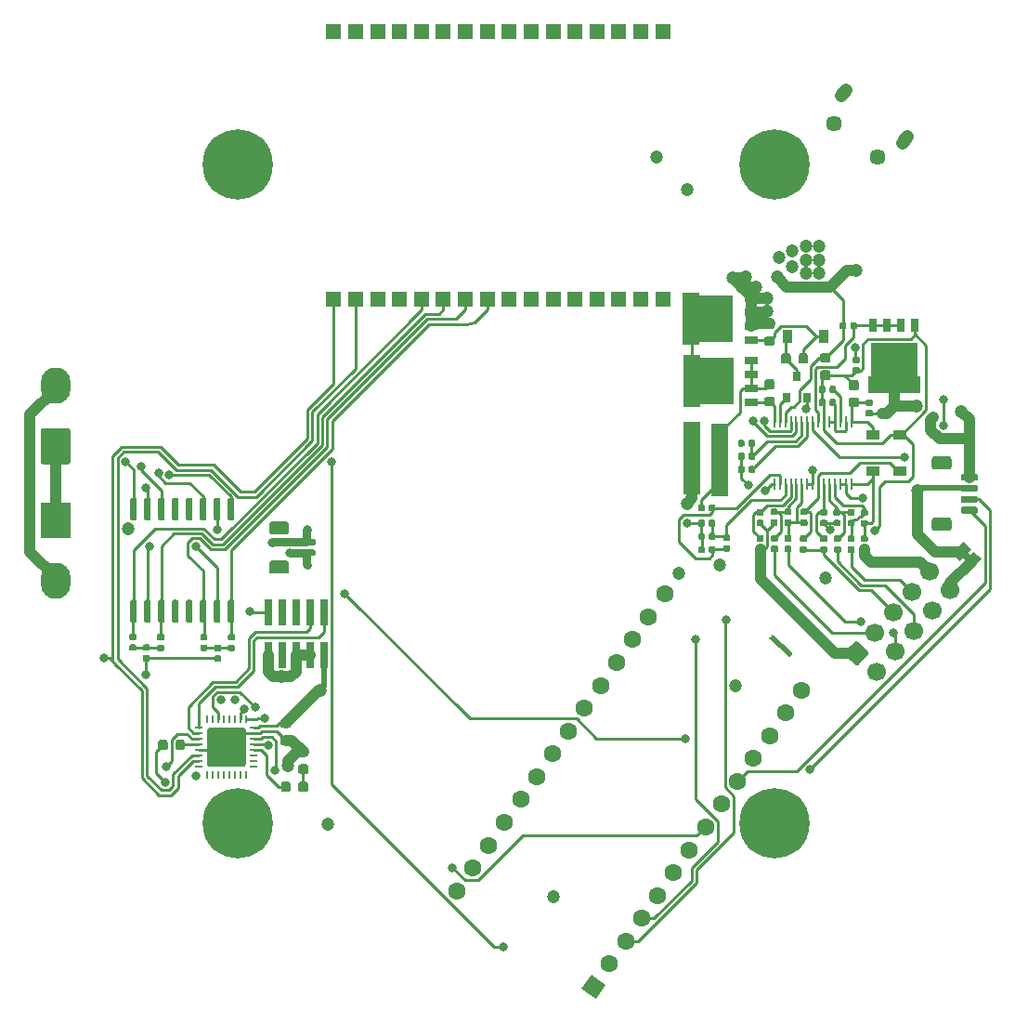
<source format=gbl>
G04 #@! TF.GenerationSoftware,KiCad,Pcbnew,6.0.0-unknown-becd6a6~86~ubuntu18.04.1*
G04 #@! TF.CreationDate,2019-07-08T11:58:21-06:00*
G04 #@! TF.ProjectId,main_board_onion,6d61696e-5f62-46f6-9172-645f6f6e696f,rev?*
G04 #@! TF.SameCoordinates,Original*
G04 #@! TF.FileFunction,Copper,L4,Bot*
G04 #@! TF.FilePolarity,Positive*
%FSLAX46Y46*%
G04 Gerber Fmt 4.6, Leading zero omitted, Abs format (unit mm)*
G04 Created by KiCad (PCBNEW 6.0.0-unknown-becd6a6~86~ubuntu18.04.1) date 2019-07-08 11:58:21*
%MOMM*%
%LPD*%
G04 APERTURE LIST*
%ADD10C,0.100000*%
%ADD11R,0.740000X2.400000*%
%ADD12C,1.600000*%
%ADD13C,0.590000*%
%ADD14C,0.875000*%
%ADD15C,1.200000*%
%ADD16C,0.600000*%
%ADD17R,0.800000X0.250000*%
%ADD18R,0.250000X0.800000*%
%ADD19C,3.500000*%
%ADD20C,1.450000*%
%ADD21C,1.200000*%
%ADD22R,1.650000X6.600000*%
%ADD23C,0.500000*%
%ADD24R,0.285000X1.100000*%
%ADD25R,0.700000X1.150000*%
%ADD26R,4.700000X1.550000*%
%ADD27R,4.200000X3.300000*%
%ADD28R,1.150000X0.700000*%
%ADD29R,1.550000X4.700000*%
%ADD30R,3.300000X4.200000*%
%ADD31R,0.800000X0.900000*%
%ADD32C,1.000000*%
%ADD33C,1.700000*%
%ADD34O,2.700000X3.300000*%
%ADD35C,2.700000*%
%ADD36R,0.900000X1.200000*%
%ADD37R,1.200000X0.900000*%
%ADD38R,2.700000X3.300000*%
%ADD39C,6.400000*%
%ADD40R,1.350000X1.350000*%
%ADD41C,0.800000*%
%ADD42C,0.250000*%
%ADD43C,1.000000*%
%ADD44C,0.750000*%
%ADD45C,0.500000*%
G04 APERTURE END LIST*
D10*
G36*
X191669569Y-96379274D02*
G01*
X191297997Y-96044709D01*
X190896519Y-96490596D01*
X191268091Y-96825161D01*
X191669569Y-96379274D01*
G37*
D11*
X127590000Y-101500000D03*
X127590000Y-105400000D03*
X128860000Y-101500000D03*
X128860000Y-105400000D03*
X130130000Y-101500000D03*
X130130000Y-105400000D03*
X131400000Y-101500000D03*
X131400000Y-105400000D03*
X132670000Y-101500000D03*
X132670000Y-105400000D03*
D12*
X157272192Y-135644853D03*
D10*
G36*
X157468652Y-136759036D02*
G01*
X156158009Y-135841313D01*
X157075732Y-134530670D01*
X158386375Y-135448393D01*
X157468652Y-136759036D01*
X157468652Y-136759036D01*
G37*
D12*
X158729076Y-133564207D03*
X160185960Y-131483560D03*
X161642844Y-129402914D03*
X163099728Y-127322268D03*
X164556612Y-125241622D03*
X166013497Y-123160976D03*
X167470381Y-121080329D03*
X168927265Y-118999683D03*
X170384149Y-116919037D03*
X171841033Y-114838391D03*
X173297917Y-112757745D03*
X174754801Y-110677098D03*
X144788314Y-126903548D03*
X146245199Y-124822902D03*
X147702083Y-122742255D03*
X149158967Y-120661609D03*
X150615851Y-118580963D03*
X152072735Y-116500317D03*
X153529619Y-114419671D03*
X154986503Y-112339024D03*
X156443388Y-110258378D03*
X157900272Y-108177732D03*
X159357156Y-106097086D03*
X160814040Y-104016440D03*
X162270924Y-101935793D03*
X176211686Y-108596452D03*
X163727808Y-99855147D03*
D10*
G36*
X181428946Y-79201228D02*
G01*
X181476798Y-79233202D01*
X181508772Y-79281054D01*
X181520000Y-79337500D01*
X181520000Y-79632500D01*
X181508772Y-79688946D01*
X181476798Y-79736798D01*
X181428946Y-79768772D01*
X181372500Y-79780000D01*
X181027500Y-79780000D01*
X180971054Y-79768772D01*
X180923202Y-79736798D01*
X180891228Y-79688946D01*
X180880000Y-79632500D01*
X180880000Y-79337500D01*
X180891228Y-79281054D01*
X180923202Y-79233202D01*
X180971054Y-79201228D01*
X181027500Y-79190000D01*
X181372500Y-79190000D01*
X181428946Y-79201228D01*
X181428946Y-79201228D01*
G37*
D13*
X181200000Y-79485000D03*
D10*
G36*
X181428946Y-78231228D02*
G01*
X181476798Y-78263202D01*
X181508772Y-78311054D01*
X181520000Y-78367500D01*
X181520000Y-78662500D01*
X181508772Y-78718946D01*
X181476798Y-78766798D01*
X181428946Y-78798772D01*
X181372500Y-78810000D01*
X181027500Y-78810000D01*
X180971054Y-78798772D01*
X180923202Y-78766798D01*
X180891228Y-78718946D01*
X180880000Y-78662500D01*
X180880000Y-78367500D01*
X180891228Y-78311054D01*
X180923202Y-78263202D01*
X180971054Y-78231228D01*
X181027500Y-78220000D01*
X181372500Y-78220000D01*
X181428946Y-78231228D01*
X181428946Y-78231228D01*
G37*
D13*
X181200000Y-78515000D03*
D10*
G36*
X182628946Y-83086228D02*
G01*
X182676798Y-83118202D01*
X182708772Y-83166054D01*
X182720000Y-83222500D01*
X182720000Y-83517500D01*
X182708772Y-83573946D01*
X182676798Y-83621798D01*
X182628946Y-83653772D01*
X182572500Y-83665000D01*
X182227500Y-83665000D01*
X182171054Y-83653772D01*
X182123202Y-83621798D01*
X182091228Y-83573946D01*
X182080000Y-83517500D01*
X182080000Y-83222500D01*
X182091228Y-83166054D01*
X182123202Y-83118202D01*
X182171054Y-83086228D01*
X182227500Y-83075000D01*
X182572500Y-83075000D01*
X182628946Y-83086228D01*
X182628946Y-83086228D01*
G37*
D13*
X182400000Y-83370000D03*
D10*
G36*
X182628946Y-82116228D02*
G01*
X182676798Y-82148202D01*
X182708772Y-82196054D01*
X182720000Y-82252500D01*
X182720000Y-82547500D01*
X182708772Y-82603946D01*
X182676798Y-82651798D01*
X182628946Y-82683772D01*
X182572500Y-82695000D01*
X182227500Y-82695000D01*
X182171054Y-82683772D01*
X182123202Y-82651798D01*
X182091228Y-82603946D01*
X182080000Y-82547500D01*
X182080000Y-82252500D01*
X182091228Y-82196054D01*
X182123202Y-82148202D01*
X182171054Y-82116228D01*
X182227500Y-82105000D01*
X182572500Y-82105000D01*
X182628946Y-82116228D01*
X182628946Y-82116228D01*
G37*
D13*
X182400000Y-82400000D03*
D10*
G36*
X171888946Y-85791228D02*
G01*
X171936798Y-85823202D01*
X171968772Y-85871054D01*
X171980000Y-85927500D01*
X171980000Y-86272500D01*
X171968772Y-86328946D01*
X171936798Y-86376798D01*
X171888946Y-86408772D01*
X171832500Y-86420000D01*
X171537500Y-86420000D01*
X171481054Y-86408772D01*
X171433202Y-86376798D01*
X171401228Y-86328946D01*
X171390000Y-86272500D01*
X171390000Y-85927500D01*
X171401228Y-85871054D01*
X171433202Y-85823202D01*
X171481054Y-85791228D01*
X171537500Y-85780000D01*
X171832500Y-85780000D01*
X171888946Y-85791228D01*
X171888946Y-85791228D01*
G37*
D13*
X171685000Y-86100000D03*
D10*
G36*
X170918946Y-85791228D02*
G01*
X170966798Y-85823202D01*
X170998772Y-85871054D01*
X171010000Y-85927500D01*
X171010000Y-86272500D01*
X170998772Y-86328946D01*
X170966798Y-86376798D01*
X170918946Y-86408772D01*
X170862500Y-86420000D01*
X170567500Y-86420000D01*
X170511054Y-86408772D01*
X170463202Y-86376798D01*
X170431228Y-86328946D01*
X170420000Y-86272500D01*
X170420000Y-85927500D01*
X170431228Y-85871054D01*
X170463202Y-85823202D01*
X170511054Y-85791228D01*
X170567500Y-85780000D01*
X170862500Y-85780000D01*
X170918946Y-85791228D01*
X170918946Y-85791228D01*
G37*
D13*
X170715000Y-86100000D03*
D10*
G36*
X171903946Y-86991228D02*
G01*
X171951798Y-87023202D01*
X171983772Y-87071054D01*
X171995000Y-87127500D01*
X171995000Y-87472500D01*
X171983772Y-87528946D01*
X171951798Y-87576798D01*
X171903946Y-87608772D01*
X171847500Y-87620000D01*
X171552500Y-87620000D01*
X171496054Y-87608772D01*
X171448202Y-87576798D01*
X171416228Y-87528946D01*
X171405000Y-87472500D01*
X171405000Y-87127500D01*
X171416228Y-87071054D01*
X171448202Y-87023202D01*
X171496054Y-86991228D01*
X171552500Y-86980000D01*
X171847500Y-86980000D01*
X171903946Y-86991228D01*
X171903946Y-86991228D01*
G37*
D13*
X171700000Y-87300000D03*
D10*
G36*
X170933946Y-86991228D02*
G01*
X170981798Y-87023202D01*
X171013772Y-87071054D01*
X171025000Y-87127500D01*
X171025000Y-87472500D01*
X171013772Y-87528946D01*
X170981798Y-87576798D01*
X170933946Y-87608772D01*
X170877500Y-87620000D01*
X170582500Y-87620000D01*
X170526054Y-87608772D01*
X170478202Y-87576798D01*
X170446228Y-87528946D01*
X170435000Y-87472500D01*
X170435000Y-87127500D01*
X170446228Y-87071054D01*
X170478202Y-87023202D01*
X170526054Y-86991228D01*
X170582500Y-86980000D01*
X170877500Y-86980000D01*
X170933946Y-86991228D01*
X170933946Y-86991228D01*
G37*
D13*
X170730000Y-87300000D03*
D10*
G36*
X179288946Y-80891228D02*
G01*
X179336798Y-80923202D01*
X179368772Y-80971054D01*
X179380000Y-81027500D01*
X179380000Y-81372500D01*
X179368772Y-81428946D01*
X179336798Y-81476798D01*
X179288946Y-81508772D01*
X179232500Y-81520000D01*
X178937500Y-81520000D01*
X178881054Y-81508772D01*
X178833202Y-81476798D01*
X178801228Y-81428946D01*
X178790000Y-81372500D01*
X178790000Y-81027500D01*
X178801228Y-80971054D01*
X178833202Y-80923202D01*
X178881054Y-80891228D01*
X178937500Y-80880000D01*
X179232500Y-80880000D01*
X179288946Y-80891228D01*
X179288946Y-80891228D01*
G37*
D13*
X179085000Y-81200000D03*
D10*
G36*
X178318946Y-80891228D02*
G01*
X178366798Y-80923202D01*
X178398772Y-80971054D01*
X178410000Y-81027500D01*
X178410000Y-81372500D01*
X178398772Y-81428946D01*
X178366798Y-81476798D01*
X178318946Y-81508772D01*
X178262500Y-81520000D01*
X177967500Y-81520000D01*
X177911054Y-81508772D01*
X177863202Y-81476798D01*
X177831228Y-81428946D01*
X177820000Y-81372500D01*
X177820000Y-81027500D01*
X177831228Y-80971054D01*
X177863202Y-80923202D01*
X177911054Y-80891228D01*
X177967500Y-80880000D01*
X178262500Y-80880000D01*
X178318946Y-80891228D01*
X178318946Y-80891228D01*
G37*
D13*
X178115000Y-81200000D03*
D10*
G36*
X181173946Y-75091228D02*
G01*
X181221798Y-75123202D01*
X181253772Y-75171054D01*
X181265000Y-75227500D01*
X181265000Y-75572500D01*
X181253772Y-75628946D01*
X181221798Y-75676798D01*
X181173946Y-75708772D01*
X181117500Y-75720000D01*
X180822500Y-75720000D01*
X180766054Y-75708772D01*
X180718202Y-75676798D01*
X180686228Y-75628946D01*
X180675000Y-75572500D01*
X180675000Y-75227500D01*
X180686228Y-75171054D01*
X180718202Y-75123202D01*
X180766054Y-75091228D01*
X180822500Y-75080000D01*
X181117500Y-75080000D01*
X181173946Y-75091228D01*
X181173946Y-75091228D01*
G37*
D13*
X180970000Y-75400000D03*
D10*
G36*
X180203946Y-75091228D02*
G01*
X180251798Y-75123202D01*
X180283772Y-75171054D01*
X180295000Y-75227500D01*
X180295000Y-75572500D01*
X180283772Y-75628946D01*
X180251798Y-75676798D01*
X180203946Y-75708772D01*
X180147500Y-75720000D01*
X179852500Y-75720000D01*
X179796054Y-75708772D01*
X179748202Y-75676798D01*
X179716228Y-75628946D01*
X179705000Y-75572500D01*
X179705000Y-75227500D01*
X179716228Y-75171054D01*
X179748202Y-75123202D01*
X179796054Y-75091228D01*
X179852500Y-75080000D01*
X180147500Y-75080000D01*
X180203946Y-75091228D01*
X180203946Y-75091228D01*
G37*
D13*
X180000000Y-75400000D03*
D10*
G36*
X171903946Y-88191228D02*
G01*
X171951798Y-88223202D01*
X171983772Y-88271054D01*
X171995000Y-88327500D01*
X171995000Y-88672500D01*
X171983772Y-88728946D01*
X171951798Y-88776798D01*
X171903946Y-88808772D01*
X171847500Y-88820000D01*
X171552500Y-88820000D01*
X171496054Y-88808772D01*
X171448202Y-88776798D01*
X171416228Y-88728946D01*
X171405000Y-88672500D01*
X171405000Y-88327500D01*
X171416228Y-88271054D01*
X171448202Y-88223202D01*
X171496054Y-88191228D01*
X171552500Y-88180000D01*
X171847500Y-88180000D01*
X171903946Y-88191228D01*
X171903946Y-88191228D01*
G37*
D13*
X171700000Y-88500000D03*
D10*
G36*
X170933946Y-88191228D02*
G01*
X170981798Y-88223202D01*
X171013772Y-88271054D01*
X171025000Y-88327500D01*
X171025000Y-88672500D01*
X171013772Y-88728946D01*
X170981798Y-88776798D01*
X170933946Y-88808772D01*
X170877500Y-88820000D01*
X170582500Y-88820000D01*
X170526054Y-88808772D01*
X170478202Y-88776798D01*
X170446228Y-88728946D01*
X170435000Y-88672500D01*
X170435000Y-88327500D01*
X170446228Y-88271054D01*
X170478202Y-88223202D01*
X170526054Y-88191228D01*
X170582500Y-88180000D01*
X170877500Y-88180000D01*
X170933946Y-88191228D01*
X170933946Y-88191228D01*
G37*
D13*
X170730000Y-88500000D03*
D10*
G36*
X179288946Y-82091228D02*
G01*
X179336798Y-82123202D01*
X179368772Y-82171054D01*
X179380000Y-82227500D01*
X179380000Y-82572500D01*
X179368772Y-82628946D01*
X179336798Y-82676798D01*
X179288946Y-82708772D01*
X179232500Y-82720000D01*
X178937500Y-82720000D01*
X178881054Y-82708772D01*
X178833202Y-82676798D01*
X178801228Y-82628946D01*
X178790000Y-82572500D01*
X178790000Y-82227500D01*
X178801228Y-82171054D01*
X178833202Y-82123202D01*
X178881054Y-82091228D01*
X178937500Y-82080000D01*
X179232500Y-82080000D01*
X179288946Y-82091228D01*
X179288946Y-82091228D01*
G37*
D13*
X179085000Y-82400000D03*
D10*
G36*
X178318946Y-82091228D02*
G01*
X178366798Y-82123202D01*
X178398772Y-82171054D01*
X178410000Y-82227500D01*
X178410000Y-82572500D01*
X178398772Y-82628946D01*
X178366798Y-82676798D01*
X178318946Y-82708772D01*
X178262500Y-82720000D01*
X177967500Y-82720000D01*
X177911054Y-82708772D01*
X177863202Y-82676798D01*
X177831228Y-82628946D01*
X177820000Y-82572500D01*
X177820000Y-82227500D01*
X177831228Y-82171054D01*
X177863202Y-82123202D01*
X177911054Y-82091228D01*
X177967500Y-82080000D01*
X178262500Y-82080000D01*
X178318946Y-82091228D01*
X178318946Y-82091228D01*
G37*
D13*
X178115000Y-82400000D03*
D10*
G36*
X167306446Y-91691228D02*
G01*
X167354298Y-91723202D01*
X167386272Y-91771054D01*
X167397500Y-91827500D01*
X167397500Y-92172500D01*
X167386272Y-92228946D01*
X167354298Y-92276798D01*
X167306446Y-92308772D01*
X167250000Y-92320000D01*
X166955000Y-92320000D01*
X166898554Y-92308772D01*
X166850702Y-92276798D01*
X166818728Y-92228946D01*
X166807500Y-92172500D01*
X166807500Y-91827500D01*
X166818728Y-91771054D01*
X166850702Y-91723202D01*
X166898554Y-91691228D01*
X166955000Y-91680000D01*
X167250000Y-91680000D01*
X167306446Y-91691228D01*
X167306446Y-91691228D01*
G37*
D13*
X167102500Y-92000000D03*
D10*
G36*
X168276446Y-91691228D02*
G01*
X168324298Y-91723202D01*
X168356272Y-91771054D01*
X168367500Y-91827500D01*
X168367500Y-92172500D01*
X168356272Y-92228946D01*
X168324298Y-92276798D01*
X168276446Y-92308772D01*
X168220000Y-92320000D01*
X167925000Y-92320000D01*
X167868554Y-92308772D01*
X167820702Y-92276798D01*
X167788728Y-92228946D01*
X167777500Y-92172500D01*
X167777500Y-91827500D01*
X167788728Y-91771054D01*
X167820702Y-91723202D01*
X167868554Y-91691228D01*
X167925000Y-91680000D01*
X168220000Y-91680000D01*
X168276446Y-91691228D01*
X168276446Y-91691228D01*
G37*
D13*
X168072500Y-92000000D03*
D10*
G36*
X167306446Y-93091228D02*
G01*
X167354298Y-93123202D01*
X167386272Y-93171054D01*
X167397500Y-93227500D01*
X167397500Y-93572500D01*
X167386272Y-93628946D01*
X167354298Y-93676798D01*
X167306446Y-93708772D01*
X167250000Y-93720000D01*
X166955000Y-93720000D01*
X166898554Y-93708772D01*
X166850702Y-93676798D01*
X166818728Y-93628946D01*
X166807500Y-93572500D01*
X166807500Y-93227500D01*
X166818728Y-93171054D01*
X166850702Y-93123202D01*
X166898554Y-93091228D01*
X166955000Y-93080000D01*
X167250000Y-93080000D01*
X167306446Y-93091228D01*
X167306446Y-93091228D01*
G37*
D13*
X167102500Y-93400000D03*
D10*
G36*
X168276446Y-93091228D02*
G01*
X168324298Y-93123202D01*
X168356272Y-93171054D01*
X168367500Y-93227500D01*
X168367500Y-93572500D01*
X168356272Y-93628946D01*
X168324298Y-93676798D01*
X168276446Y-93708772D01*
X168220000Y-93720000D01*
X167925000Y-93720000D01*
X167868554Y-93708772D01*
X167820702Y-93676798D01*
X167788728Y-93628946D01*
X167777500Y-93572500D01*
X167777500Y-93227500D01*
X167788728Y-93171054D01*
X167820702Y-93123202D01*
X167868554Y-93091228D01*
X167925000Y-93080000D01*
X168220000Y-93080000D01*
X168276446Y-93091228D01*
X168276446Y-93091228D01*
G37*
D13*
X168072500Y-93400000D03*
D10*
G36*
X167318946Y-95491228D02*
G01*
X167366798Y-95523202D01*
X167398772Y-95571054D01*
X167410000Y-95627500D01*
X167410000Y-95972500D01*
X167398772Y-96028946D01*
X167366798Y-96076798D01*
X167318946Y-96108772D01*
X167262500Y-96120000D01*
X166967500Y-96120000D01*
X166911054Y-96108772D01*
X166863202Y-96076798D01*
X166831228Y-96028946D01*
X166820000Y-95972500D01*
X166820000Y-95627500D01*
X166831228Y-95571054D01*
X166863202Y-95523202D01*
X166911054Y-95491228D01*
X166967500Y-95480000D01*
X167262500Y-95480000D01*
X167318946Y-95491228D01*
X167318946Y-95491228D01*
G37*
D13*
X167115000Y-95800000D03*
D10*
G36*
X168288946Y-95491228D02*
G01*
X168336798Y-95523202D01*
X168368772Y-95571054D01*
X168380000Y-95627500D01*
X168380000Y-95972500D01*
X168368772Y-96028946D01*
X168336798Y-96076798D01*
X168288946Y-96108772D01*
X168232500Y-96120000D01*
X167937500Y-96120000D01*
X167881054Y-96108772D01*
X167833202Y-96076798D01*
X167801228Y-96028946D01*
X167790000Y-95972500D01*
X167790000Y-95627500D01*
X167801228Y-95571054D01*
X167833202Y-95523202D01*
X167881054Y-95491228D01*
X167937500Y-95480000D01*
X168232500Y-95480000D01*
X168288946Y-95491228D01*
X168288946Y-95491228D01*
G37*
D13*
X168085000Y-95800000D03*
D10*
G36*
X169628946Y-95401228D02*
G01*
X169676798Y-95433202D01*
X169708772Y-95481054D01*
X169720000Y-95537500D01*
X169720000Y-95832500D01*
X169708772Y-95888946D01*
X169676798Y-95936798D01*
X169628946Y-95968772D01*
X169572500Y-95980000D01*
X169227500Y-95980000D01*
X169171054Y-95968772D01*
X169123202Y-95936798D01*
X169091228Y-95888946D01*
X169080000Y-95832500D01*
X169080000Y-95537500D01*
X169091228Y-95481054D01*
X169123202Y-95433202D01*
X169171054Y-95401228D01*
X169227500Y-95390000D01*
X169572500Y-95390000D01*
X169628946Y-95401228D01*
X169628946Y-95401228D01*
G37*
D13*
X169400000Y-95685000D03*
D10*
G36*
X169628946Y-94431228D02*
G01*
X169676798Y-94463202D01*
X169708772Y-94511054D01*
X169720000Y-94567500D01*
X169720000Y-94862500D01*
X169708772Y-94918946D01*
X169676798Y-94966798D01*
X169628946Y-94998772D01*
X169572500Y-95010000D01*
X169227500Y-95010000D01*
X169171054Y-94998772D01*
X169123202Y-94966798D01*
X169091228Y-94918946D01*
X169080000Y-94862500D01*
X169080000Y-94567500D01*
X169091228Y-94511054D01*
X169123202Y-94463202D01*
X169171054Y-94431228D01*
X169227500Y-94420000D01*
X169572500Y-94420000D01*
X169628946Y-94431228D01*
X169628946Y-94431228D01*
G37*
D13*
X169400000Y-94715000D03*
D10*
G36*
X168288946Y-94291228D02*
G01*
X168336798Y-94323202D01*
X168368772Y-94371054D01*
X168380000Y-94427500D01*
X168380000Y-94772500D01*
X168368772Y-94828946D01*
X168336798Y-94876798D01*
X168288946Y-94908772D01*
X168232500Y-94920000D01*
X167937500Y-94920000D01*
X167881054Y-94908772D01*
X167833202Y-94876798D01*
X167801228Y-94828946D01*
X167790000Y-94772500D01*
X167790000Y-94427500D01*
X167801228Y-94371054D01*
X167833202Y-94323202D01*
X167881054Y-94291228D01*
X167937500Y-94280000D01*
X168232500Y-94280000D01*
X168288946Y-94291228D01*
X168288946Y-94291228D01*
G37*
D13*
X168085000Y-94600000D03*
D10*
G36*
X167318946Y-94291228D02*
G01*
X167366798Y-94323202D01*
X167398772Y-94371054D01*
X167410000Y-94427500D01*
X167410000Y-94772500D01*
X167398772Y-94828946D01*
X167366798Y-94876798D01*
X167318946Y-94908772D01*
X167262500Y-94920000D01*
X166967500Y-94920000D01*
X166911054Y-94908772D01*
X166863202Y-94876798D01*
X166831228Y-94828946D01*
X166820000Y-94772500D01*
X166820000Y-94427500D01*
X166831228Y-94371054D01*
X166863202Y-94323202D01*
X166911054Y-94291228D01*
X166967500Y-94280000D01*
X167262500Y-94280000D01*
X167318946Y-94291228D01*
X167318946Y-94291228D01*
G37*
D13*
X167115000Y-94600000D03*
D10*
G36*
X172678946Y-94481228D02*
G01*
X172726798Y-94513202D01*
X172758772Y-94561054D01*
X172770000Y-94617500D01*
X172770000Y-94912500D01*
X172758772Y-94968946D01*
X172726798Y-95016798D01*
X172678946Y-95048772D01*
X172622500Y-95060000D01*
X172277500Y-95060000D01*
X172221054Y-95048772D01*
X172173202Y-95016798D01*
X172141228Y-94968946D01*
X172130000Y-94912500D01*
X172130000Y-94617500D01*
X172141228Y-94561054D01*
X172173202Y-94513202D01*
X172221054Y-94481228D01*
X172277500Y-94470000D01*
X172622500Y-94470000D01*
X172678946Y-94481228D01*
X172678946Y-94481228D01*
G37*
D13*
X172450000Y-94765000D03*
D10*
G36*
X172678946Y-95451228D02*
G01*
X172726798Y-95483202D01*
X172758772Y-95531054D01*
X172770000Y-95587500D01*
X172770000Y-95882500D01*
X172758772Y-95938946D01*
X172726798Y-95986798D01*
X172678946Y-96018772D01*
X172622500Y-96030000D01*
X172277500Y-96030000D01*
X172221054Y-96018772D01*
X172173202Y-95986798D01*
X172141228Y-95938946D01*
X172130000Y-95882500D01*
X172130000Y-95587500D01*
X172141228Y-95531054D01*
X172173202Y-95483202D01*
X172221054Y-95451228D01*
X172277500Y-95440000D01*
X172622500Y-95440000D01*
X172678946Y-95451228D01*
X172678946Y-95451228D01*
G37*
D13*
X172450000Y-95735000D03*
D10*
G36*
X173978946Y-94481228D02*
G01*
X174026798Y-94513202D01*
X174058772Y-94561054D01*
X174070000Y-94617500D01*
X174070000Y-94912500D01*
X174058772Y-94968946D01*
X174026798Y-95016798D01*
X173978946Y-95048772D01*
X173922500Y-95060000D01*
X173577500Y-95060000D01*
X173521054Y-95048772D01*
X173473202Y-95016798D01*
X173441228Y-94968946D01*
X173430000Y-94912500D01*
X173430000Y-94617500D01*
X173441228Y-94561054D01*
X173473202Y-94513202D01*
X173521054Y-94481228D01*
X173577500Y-94470000D01*
X173922500Y-94470000D01*
X173978946Y-94481228D01*
X173978946Y-94481228D01*
G37*
D13*
X173750000Y-94765000D03*
D10*
G36*
X173978946Y-95451228D02*
G01*
X174026798Y-95483202D01*
X174058772Y-95531054D01*
X174070000Y-95587500D01*
X174070000Y-95882500D01*
X174058772Y-95938946D01*
X174026798Y-95986798D01*
X173978946Y-96018772D01*
X173922500Y-96030000D01*
X173577500Y-96030000D01*
X173521054Y-96018772D01*
X173473202Y-95986798D01*
X173441228Y-95938946D01*
X173430000Y-95882500D01*
X173430000Y-95587500D01*
X173441228Y-95531054D01*
X173473202Y-95483202D01*
X173521054Y-95451228D01*
X173577500Y-95440000D01*
X173922500Y-95440000D01*
X173978946Y-95451228D01*
X173978946Y-95451228D01*
G37*
D13*
X173750000Y-95735000D03*
D10*
G36*
X175228946Y-94481228D02*
G01*
X175276798Y-94513202D01*
X175308772Y-94561054D01*
X175320000Y-94617500D01*
X175320000Y-94912500D01*
X175308772Y-94968946D01*
X175276798Y-95016798D01*
X175228946Y-95048772D01*
X175172500Y-95060000D01*
X174827500Y-95060000D01*
X174771054Y-95048772D01*
X174723202Y-95016798D01*
X174691228Y-94968946D01*
X174680000Y-94912500D01*
X174680000Y-94617500D01*
X174691228Y-94561054D01*
X174723202Y-94513202D01*
X174771054Y-94481228D01*
X174827500Y-94470000D01*
X175172500Y-94470000D01*
X175228946Y-94481228D01*
X175228946Y-94481228D01*
G37*
D13*
X175000000Y-94765000D03*
D10*
G36*
X175228946Y-95451228D02*
G01*
X175276798Y-95483202D01*
X175308772Y-95531054D01*
X175320000Y-95587500D01*
X175320000Y-95882500D01*
X175308772Y-95938946D01*
X175276798Y-95986798D01*
X175228946Y-96018772D01*
X175172500Y-96030000D01*
X174827500Y-96030000D01*
X174771054Y-96018772D01*
X174723202Y-95986798D01*
X174691228Y-95938946D01*
X174680000Y-95882500D01*
X174680000Y-95587500D01*
X174691228Y-95531054D01*
X174723202Y-95483202D01*
X174771054Y-95451228D01*
X174827500Y-95440000D01*
X175172500Y-95440000D01*
X175228946Y-95451228D01*
X175228946Y-95451228D01*
G37*
D13*
X175000000Y-95735000D03*
D10*
G36*
X176628946Y-95501228D02*
G01*
X176676798Y-95533202D01*
X176708772Y-95581054D01*
X176720000Y-95637500D01*
X176720000Y-95932500D01*
X176708772Y-95988946D01*
X176676798Y-96036798D01*
X176628946Y-96068772D01*
X176572500Y-96080000D01*
X176227500Y-96080000D01*
X176171054Y-96068772D01*
X176123202Y-96036798D01*
X176091228Y-95988946D01*
X176080000Y-95932500D01*
X176080000Y-95637500D01*
X176091228Y-95581054D01*
X176123202Y-95533202D01*
X176171054Y-95501228D01*
X176227500Y-95490000D01*
X176572500Y-95490000D01*
X176628946Y-95501228D01*
X176628946Y-95501228D01*
G37*
D13*
X176400000Y-95785000D03*
D10*
G36*
X176628946Y-94531228D02*
G01*
X176676798Y-94563202D01*
X176708772Y-94611054D01*
X176720000Y-94667500D01*
X176720000Y-94962500D01*
X176708772Y-95018946D01*
X176676798Y-95066798D01*
X176628946Y-95098772D01*
X176572500Y-95110000D01*
X176227500Y-95110000D01*
X176171054Y-95098772D01*
X176123202Y-95066798D01*
X176091228Y-95018946D01*
X176080000Y-94962500D01*
X176080000Y-94667500D01*
X176091228Y-94611054D01*
X176123202Y-94563202D01*
X176171054Y-94531228D01*
X176227500Y-94520000D01*
X176572500Y-94520000D01*
X176628946Y-94531228D01*
X176628946Y-94531228D01*
G37*
D13*
X176400000Y-94815000D03*
D10*
G36*
X178478946Y-95501228D02*
G01*
X178526798Y-95533202D01*
X178558772Y-95581054D01*
X178570000Y-95637500D01*
X178570000Y-95932500D01*
X178558772Y-95988946D01*
X178526798Y-96036798D01*
X178478946Y-96068772D01*
X178422500Y-96080000D01*
X178077500Y-96080000D01*
X178021054Y-96068772D01*
X177973202Y-96036798D01*
X177941228Y-95988946D01*
X177930000Y-95932500D01*
X177930000Y-95637500D01*
X177941228Y-95581054D01*
X177973202Y-95533202D01*
X178021054Y-95501228D01*
X178077500Y-95490000D01*
X178422500Y-95490000D01*
X178478946Y-95501228D01*
X178478946Y-95501228D01*
G37*
D13*
X178250000Y-95785000D03*
D10*
G36*
X178478946Y-94531228D02*
G01*
X178526798Y-94563202D01*
X178558772Y-94611054D01*
X178570000Y-94667500D01*
X178570000Y-94962500D01*
X178558772Y-95018946D01*
X178526798Y-95066798D01*
X178478946Y-95098772D01*
X178422500Y-95110000D01*
X178077500Y-95110000D01*
X178021054Y-95098772D01*
X177973202Y-95066798D01*
X177941228Y-95018946D01*
X177930000Y-94962500D01*
X177930000Y-94667500D01*
X177941228Y-94611054D01*
X177973202Y-94563202D01*
X178021054Y-94531228D01*
X178077500Y-94520000D01*
X178422500Y-94520000D01*
X178478946Y-94531228D01*
X178478946Y-94531228D01*
G37*
D13*
X178250000Y-94815000D03*
D10*
G36*
X179728946Y-95501228D02*
G01*
X179776798Y-95533202D01*
X179808772Y-95581054D01*
X179820000Y-95637500D01*
X179820000Y-95932500D01*
X179808772Y-95988946D01*
X179776798Y-96036798D01*
X179728946Y-96068772D01*
X179672500Y-96080000D01*
X179327500Y-96080000D01*
X179271054Y-96068772D01*
X179223202Y-96036798D01*
X179191228Y-95988946D01*
X179180000Y-95932500D01*
X179180000Y-95637500D01*
X179191228Y-95581054D01*
X179223202Y-95533202D01*
X179271054Y-95501228D01*
X179327500Y-95490000D01*
X179672500Y-95490000D01*
X179728946Y-95501228D01*
X179728946Y-95501228D01*
G37*
D13*
X179500000Y-95785000D03*
D10*
G36*
X179728946Y-94531228D02*
G01*
X179776798Y-94563202D01*
X179808772Y-94611054D01*
X179820000Y-94667500D01*
X179820000Y-94962500D01*
X179808772Y-95018946D01*
X179776798Y-95066798D01*
X179728946Y-95098772D01*
X179672500Y-95110000D01*
X179327500Y-95110000D01*
X179271054Y-95098772D01*
X179223202Y-95066798D01*
X179191228Y-95018946D01*
X179180000Y-94962500D01*
X179180000Y-94667500D01*
X179191228Y-94611054D01*
X179223202Y-94563202D01*
X179271054Y-94531228D01*
X179327500Y-94520000D01*
X179672500Y-94520000D01*
X179728946Y-94531228D01*
X179728946Y-94531228D01*
G37*
D13*
X179500000Y-94815000D03*
D10*
G36*
X180978946Y-95501228D02*
G01*
X181026798Y-95533202D01*
X181058772Y-95581054D01*
X181070000Y-95637500D01*
X181070000Y-95932500D01*
X181058772Y-95988946D01*
X181026798Y-96036798D01*
X180978946Y-96068772D01*
X180922500Y-96080000D01*
X180577500Y-96080000D01*
X180521054Y-96068772D01*
X180473202Y-96036798D01*
X180441228Y-95988946D01*
X180430000Y-95932500D01*
X180430000Y-95637500D01*
X180441228Y-95581054D01*
X180473202Y-95533202D01*
X180521054Y-95501228D01*
X180577500Y-95490000D01*
X180922500Y-95490000D01*
X180978946Y-95501228D01*
X180978946Y-95501228D01*
G37*
D13*
X180750000Y-95785000D03*
D10*
G36*
X180978946Y-94531228D02*
G01*
X181026798Y-94563202D01*
X181058772Y-94611054D01*
X181070000Y-94667500D01*
X181070000Y-94962500D01*
X181058772Y-95018946D01*
X181026798Y-95066798D01*
X180978946Y-95098772D01*
X180922500Y-95110000D01*
X180577500Y-95110000D01*
X180521054Y-95098772D01*
X180473202Y-95066798D01*
X180441228Y-95018946D01*
X180430000Y-94962500D01*
X180430000Y-94667500D01*
X180441228Y-94611054D01*
X180473202Y-94563202D01*
X180521054Y-94531228D01*
X180577500Y-94520000D01*
X180922500Y-94520000D01*
X180978946Y-94531228D01*
X180978946Y-94531228D01*
G37*
D13*
X180750000Y-94815000D03*
D10*
G36*
X182178946Y-95486228D02*
G01*
X182226798Y-95518202D01*
X182258772Y-95566054D01*
X182270000Y-95622500D01*
X182270000Y-95917500D01*
X182258772Y-95973946D01*
X182226798Y-96021798D01*
X182178946Y-96053772D01*
X182122500Y-96065000D01*
X181777500Y-96065000D01*
X181721054Y-96053772D01*
X181673202Y-96021798D01*
X181641228Y-95973946D01*
X181630000Y-95917500D01*
X181630000Y-95622500D01*
X181641228Y-95566054D01*
X181673202Y-95518202D01*
X181721054Y-95486228D01*
X181777500Y-95475000D01*
X182122500Y-95475000D01*
X182178946Y-95486228D01*
X182178946Y-95486228D01*
G37*
D13*
X181950000Y-95770000D03*
D10*
G36*
X182178946Y-94516228D02*
G01*
X182226798Y-94548202D01*
X182258772Y-94596054D01*
X182270000Y-94652500D01*
X182270000Y-94947500D01*
X182258772Y-95003946D01*
X182226798Y-95051798D01*
X182178946Y-95083772D01*
X182122500Y-95095000D01*
X181777500Y-95095000D01*
X181721054Y-95083772D01*
X181673202Y-95051798D01*
X181641228Y-95003946D01*
X181630000Y-94947500D01*
X181630000Y-94652500D01*
X181641228Y-94596054D01*
X181673202Y-94548202D01*
X181721054Y-94516228D01*
X181777500Y-94505000D01*
X182122500Y-94505000D01*
X182178946Y-94516228D01*
X182178946Y-94516228D01*
G37*
D13*
X181950000Y-94800000D03*
D10*
G36*
X172678946Y-93088728D02*
G01*
X172726798Y-93120702D01*
X172758772Y-93168554D01*
X172770000Y-93225000D01*
X172770000Y-93520000D01*
X172758772Y-93576446D01*
X172726798Y-93624298D01*
X172678946Y-93656272D01*
X172622500Y-93667500D01*
X172277500Y-93667500D01*
X172221054Y-93656272D01*
X172173202Y-93624298D01*
X172141228Y-93576446D01*
X172130000Y-93520000D01*
X172130000Y-93225000D01*
X172141228Y-93168554D01*
X172173202Y-93120702D01*
X172221054Y-93088728D01*
X172277500Y-93077500D01*
X172622500Y-93077500D01*
X172678946Y-93088728D01*
X172678946Y-93088728D01*
G37*
D13*
X172450000Y-93372500D03*
D10*
G36*
X172678946Y-92118728D02*
G01*
X172726798Y-92150702D01*
X172758772Y-92198554D01*
X172770000Y-92255000D01*
X172770000Y-92550000D01*
X172758772Y-92606446D01*
X172726798Y-92654298D01*
X172678946Y-92686272D01*
X172622500Y-92697500D01*
X172277500Y-92697500D01*
X172221054Y-92686272D01*
X172173202Y-92654298D01*
X172141228Y-92606446D01*
X172130000Y-92550000D01*
X172130000Y-92255000D01*
X172141228Y-92198554D01*
X172173202Y-92150702D01*
X172221054Y-92118728D01*
X172277500Y-92107500D01*
X172622500Y-92107500D01*
X172678946Y-92118728D01*
X172678946Y-92118728D01*
G37*
D13*
X172450000Y-92402500D03*
D10*
G36*
X173928946Y-92081228D02*
G01*
X173976798Y-92113202D01*
X174008772Y-92161054D01*
X174020000Y-92217500D01*
X174020000Y-92512500D01*
X174008772Y-92568946D01*
X173976798Y-92616798D01*
X173928946Y-92648772D01*
X173872500Y-92660000D01*
X173527500Y-92660000D01*
X173471054Y-92648772D01*
X173423202Y-92616798D01*
X173391228Y-92568946D01*
X173380000Y-92512500D01*
X173380000Y-92217500D01*
X173391228Y-92161054D01*
X173423202Y-92113202D01*
X173471054Y-92081228D01*
X173527500Y-92070000D01*
X173872500Y-92070000D01*
X173928946Y-92081228D01*
X173928946Y-92081228D01*
G37*
D13*
X173700000Y-92365000D03*
D10*
G36*
X173928946Y-93051228D02*
G01*
X173976798Y-93083202D01*
X174008772Y-93131054D01*
X174020000Y-93187500D01*
X174020000Y-93482500D01*
X174008772Y-93538946D01*
X173976798Y-93586798D01*
X173928946Y-93618772D01*
X173872500Y-93630000D01*
X173527500Y-93630000D01*
X173471054Y-93618772D01*
X173423202Y-93586798D01*
X173391228Y-93538946D01*
X173380000Y-93482500D01*
X173380000Y-93187500D01*
X173391228Y-93131054D01*
X173423202Y-93083202D01*
X173471054Y-93051228D01*
X173527500Y-93040000D01*
X173872500Y-93040000D01*
X173928946Y-93051228D01*
X173928946Y-93051228D01*
G37*
D13*
X173700000Y-93335000D03*
D10*
G36*
X175228946Y-93051228D02*
G01*
X175276798Y-93083202D01*
X175308772Y-93131054D01*
X175320000Y-93187500D01*
X175320000Y-93482500D01*
X175308772Y-93538946D01*
X175276798Y-93586798D01*
X175228946Y-93618772D01*
X175172500Y-93630000D01*
X174827500Y-93630000D01*
X174771054Y-93618772D01*
X174723202Y-93586798D01*
X174691228Y-93538946D01*
X174680000Y-93482500D01*
X174680000Y-93187500D01*
X174691228Y-93131054D01*
X174723202Y-93083202D01*
X174771054Y-93051228D01*
X174827500Y-93040000D01*
X175172500Y-93040000D01*
X175228946Y-93051228D01*
X175228946Y-93051228D01*
G37*
D13*
X175000000Y-93335000D03*
D10*
G36*
X175228946Y-92081228D02*
G01*
X175276798Y-92113202D01*
X175308772Y-92161054D01*
X175320000Y-92217500D01*
X175320000Y-92512500D01*
X175308772Y-92568946D01*
X175276798Y-92616798D01*
X175228946Y-92648772D01*
X175172500Y-92660000D01*
X174827500Y-92660000D01*
X174771054Y-92648772D01*
X174723202Y-92616798D01*
X174691228Y-92568946D01*
X174680000Y-92512500D01*
X174680000Y-92217500D01*
X174691228Y-92161054D01*
X174723202Y-92113202D01*
X174771054Y-92081228D01*
X174827500Y-92070000D01*
X175172500Y-92070000D01*
X175228946Y-92081228D01*
X175228946Y-92081228D01*
G37*
D13*
X175000000Y-92365000D03*
D10*
G36*
X176678946Y-93063728D02*
G01*
X176726798Y-93095702D01*
X176758772Y-93143554D01*
X176770000Y-93200000D01*
X176770000Y-93495000D01*
X176758772Y-93551446D01*
X176726798Y-93599298D01*
X176678946Y-93631272D01*
X176622500Y-93642500D01*
X176277500Y-93642500D01*
X176221054Y-93631272D01*
X176173202Y-93599298D01*
X176141228Y-93551446D01*
X176130000Y-93495000D01*
X176130000Y-93200000D01*
X176141228Y-93143554D01*
X176173202Y-93095702D01*
X176221054Y-93063728D01*
X176277500Y-93052500D01*
X176622500Y-93052500D01*
X176678946Y-93063728D01*
X176678946Y-93063728D01*
G37*
D13*
X176450000Y-93347500D03*
D10*
G36*
X176678946Y-92093728D02*
G01*
X176726798Y-92125702D01*
X176758772Y-92173554D01*
X176770000Y-92230000D01*
X176770000Y-92525000D01*
X176758772Y-92581446D01*
X176726798Y-92629298D01*
X176678946Y-92661272D01*
X176622500Y-92672500D01*
X176277500Y-92672500D01*
X176221054Y-92661272D01*
X176173202Y-92629298D01*
X176141228Y-92581446D01*
X176130000Y-92525000D01*
X176130000Y-92230000D01*
X176141228Y-92173554D01*
X176173202Y-92125702D01*
X176221054Y-92093728D01*
X176277500Y-92082500D01*
X176622500Y-92082500D01*
X176678946Y-92093728D01*
X176678946Y-92093728D01*
G37*
D13*
X176450000Y-92377500D03*
D10*
G36*
X178478946Y-93101228D02*
G01*
X178526798Y-93133202D01*
X178558772Y-93181054D01*
X178570000Y-93237500D01*
X178570000Y-93532500D01*
X178558772Y-93588946D01*
X178526798Y-93636798D01*
X178478946Y-93668772D01*
X178422500Y-93680000D01*
X178077500Y-93680000D01*
X178021054Y-93668772D01*
X177973202Y-93636798D01*
X177941228Y-93588946D01*
X177930000Y-93532500D01*
X177930000Y-93237500D01*
X177941228Y-93181054D01*
X177973202Y-93133202D01*
X178021054Y-93101228D01*
X178077500Y-93090000D01*
X178422500Y-93090000D01*
X178478946Y-93101228D01*
X178478946Y-93101228D01*
G37*
D13*
X178250000Y-93385000D03*
D10*
G36*
X178478946Y-92131228D02*
G01*
X178526798Y-92163202D01*
X178558772Y-92211054D01*
X178570000Y-92267500D01*
X178570000Y-92562500D01*
X178558772Y-92618946D01*
X178526798Y-92666798D01*
X178478946Y-92698772D01*
X178422500Y-92710000D01*
X178077500Y-92710000D01*
X178021054Y-92698772D01*
X177973202Y-92666798D01*
X177941228Y-92618946D01*
X177930000Y-92562500D01*
X177930000Y-92267500D01*
X177941228Y-92211054D01*
X177973202Y-92163202D01*
X178021054Y-92131228D01*
X178077500Y-92120000D01*
X178422500Y-92120000D01*
X178478946Y-92131228D01*
X178478946Y-92131228D01*
G37*
D13*
X178250000Y-92415000D03*
D10*
G36*
X179678946Y-92131228D02*
G01*
X179726798Y-92163202D01*
X179758772Y-92211054D01*
X179770000Y-92267500D01*
X179770000Y-92562500D01*
X179758772Y-92618946D01*
X179726798Y-92666798D01*
X179678946Y-92698772D01*
X179622500Y-92710000D01*
X179277500Y-92710000D01*
X179221054Y-92698772D01*
X179173202Y-92666798D01*
X179141228Y-92618946D01*
X179130000Y-92562500D01*
X179130000Y-92267500D01*
X179141228Y-92211054D01*
X179173202Y-92163202D01*
X179221054Y-92131228D01*
X179277500Y-92120000D01*
X179622500Y-92120000D01*
X179678946Y-92131228D01*
X179678946Y-92131228D01*
G37*
D13*
X179450000Y-92415000D03*
D10*
G36*
X179678946Y-93101228D02*
G01*
X179726798Y-93133202D01*
X179758772Y-93181054D01*
X179770000Y-93237500D01*
X179770000Y-93532500D01*
X179758772Y-93588946D01*
X179726798Y-93636798D01*
X179678946Y-93668772D01*
X179622500Y-93680000D01*
X179277500Y-93680000D01*
X179221054Y-93668772D01*
X179173202Y-93636798D01*
X179141228Y-93588946D01*
X179130000Y-93532500D01*
X179130000Y-93237500D01*
X179141228Y-93181054D01*
X179173202Y-93133202D01*
X179221054Y-93101228D01*
X179277500Y-93090000D01*
X179622500Y-93090000D01*
X179678946Y-93101228D01*
X179678946Y-93101228D01*
G37*
D13*
X179450000Y-93385000D03*
D10*
G36*
X180978946Y-93101228D02*
G01*
X181026798Y-93133202D01*
X181058772Y-93181054D01*
X181070000Y-93237500D01*
X181070000Y-93532500D01*
X181058772Y-93588946D01*
X181026798Y-93636798D01*
X180978946Y-93668772D01*
X180922500Y-93680000D01*
X180577500Y-93680000D01*
X180521054Y-93668772D01*
X180473202Y-93636798D01*
X180441228Y-93588946D01*
X180430000Y-93532500D01*
X180430000Y-93237500D01*
X180441228Y-93181054D01*
X180473202Y-93133202D01*
X180521054Y-93101228D01*
X180577500Y-93090000D01*
X180922500Y-93090000D01*
X180978946Y-93101228D01*
X180978946Y-93101228D01*
G37*
D13*
X180750000Y-93385000D03*
D10*
G36*
X180978946Y-92131228D02*
G01*
X181026798Y-92163202D01*
X181058772Y-92211054D01*
X181070000Y-92267500D01*
X181070000Y-92562500D01*
X181058772Y-92618946D01*
X181026798Y-92666798D01*
X180978946Y-92698772D01*
X180922500Y-92710000D01*
X180577500Y-92710000D01*
X180521054Y-92698772D01*
X180473202Y-92666798D01*
X180441228Y-92618946D01*
X180430000Y-92562500D01*
X180430000Y-92267500D01*
X180441228Y-92211054D01*
X180473202Y-92163202D01*
X180521054Y-92131228D01*
X180577500Y-92120000D01*
X180922500Y-92120000D01*
X180978946Y-92131228D01*
X180978946Y-92131228D01*
G37*
D13*
X180750000Y-92415000D03*
D10*
G36*
X182178946Y-93116228D02*
G01*
X182226798Y-93148202D01*
X182258772Y-93196054D01*
X182270000Y-93252500D01*
X182270000Y-93547500D01*
X182258772Y-93603946D01*
X182226798Y-93651798D01*
X182178946Y-93683772D01*
X182122500Y-93695000D01*
X181777500Y-93695000D01*
X181721054Y-93683772D01*
X181673202Y-93651798D01*
X181641228Y-93603946D01*
X181630000Y-93547500D01*
X181630000Y-93252500D01*
X181641228Y-93196054D01*
X181673202Y-93148202D01*
X181721054Y-93116228D01*
X181777500Y-93105000D01*
X182122500Y-93105000D01*
X182178946Y-93116228D01*
X182178946Y-93116228D01*
G37*
D13*
X181950000Y-93400000D03*
D10*
G36*
X182178946Y-92146228D02*
G01*
X182226798Y-92178202D01*
X182258772Y-92226054D01*
X182270000Y-92282500D01*
X182270000Y-92577500D01*
X182258772Y-92633946D01*
X182226798Y-92681798D01*
X182178946Y-92713772D01*
X182122500Y-92725000D01*
X181777500Y-92725000D01*
X181721054Y-92713772D01*
X181673202Y-92681798D01*
X181641228Y-92633946D01*
X181630000Y-92577500D01*
X181630000Y-92282500D01*
X181641228Y-92226054D01*
X181673202Y-92178202D01*
X181721054Y-92146228D01*
X181777500Y-92135000D01*
X182122500Y-92135000D01*
X182178946Y-92146228D01*
X182178946Y-92146228D01*
G37*
D13*
X181950000Y-92430000D03*
D10*
G36*
X129514962Y-116941651D02*
G01*
X129585930Y-116989070D01*
X129633349Y-117060038D01*
X129650000Y-117143750D01*
X129650000Y-117656250D01*
X129633349Y-117739962D01*
X129585930Y-117810930D01*
X129514962Y-117858349D01*
X129431250Y-117875000D01*
X128993750Y-117875000D01*
X128910038Y-117858349D01*
X128839070Y-117810930D01*
X128791651Y-117739962D01*
X128775000Y-117656250D01*
X128775000Y-117143750D01*
X128791651Y-117060038D01*
X128839070Y-116989070D01*
X128910038Y-116941651D01*
X128993750Y-116925000D01*
X129431250Y-116925000D01*
X129514962Y-116941651D01*
X129514962Y-116941651D01*
G37*
D14*
X129212500Y-117400000D03*
D10*
G36*
X131089962Y-116941651D02*
G01*
X131160930Y-116989070D01*
X131208349Y-117060038D01*
X131225000Y-117143750D01*
X131225000Y-117656250D01*
X131208349Y-117739962D01*
X131160930Y-117810930D01*
X131089962Y-117858349D01*
X131006250Y-117875000D01*
X130568750Y-117875000D01*
X130485038Y-117858349D01*
X130414070Y-117810930D01*
X130366651Y-117739962D01*
X130350000Y-117656250D01*
X130350000Y-117143750D01*
X130366651Y-117060038D01*
X130414070Y-116989070D01*
X130485038Y-116941651D01*
X130568750Y-116925000D01*
X131006250Y-116925000D01*
X131089962Y-116941651D01*
X131089962Y-116941651D01*
G37*
D14*
X130787500Y-117400000D03*
D10*
G36*
X131139962Y-115366651D02*
G01*
X131210930Y-115414070D01*
X131258349Y-115485038D01*
X131275000Y-115568750D01*
X131275000Y-116006250D01*
X131258349Y-116089962D01*
X131210930Y-116160930D01*
X131139962Y-116208349D01*
X131056250Y-116225000D01*
X130543750Y-116225000D01*
X130460038Y-116208349D01*
X130389070Y-116160930D01*
X130341651Y-116089962D01*
X130325000Y-116006250D01*
X130325000Y-115568750D01*
X130341651Y-115485038D01*
X130389070Y-115414070D01*
X130460038Y-115366651D01*
X130543750Y-115350000D01*
X131056250Y-115350000D01*
X131139962Y-115366651D01*
X131139962Y-115366651D01*
G37*
D14*
X130800000Y-115787500D03*
D10*
G36*
X131139962Y-113791651D02*
G01*
X131210930Y-113839070D01*
X131258349Y-113910038D01*
X131275000Y-113993750D01*
X131275000Y-114431250D01*
X131258349Y-114514962D01*
X131210930Y-114585930D01*
X131139962Y-114633349D01*
X131056250Y-114650000D01*
X130543750Y-114650000D01*
X130460038Y-114633349D01*
X130389070Y-114585930D01*
X130341651Y-114514962D01*
X130325000Y-114431250D01*
X130325000Y-113993750D01*
X130341651Y-113910038D01*
X130389070Y-113839070D01*
X130460038Y-113791651D01*
X130543750Y-113775000D01*
X131056250Y-113775000D01*
X131139962Y-113791651D01*
X131139962Y-113791651D01*
G37*
D14*
X130800000Y-114212500D03*
D10*
G36*
X118302462Y-113141651D02*
G01*
X118373430Y-113189070D01*
X118420849Y-113260038D01*
X118437500Y-113343750D01*
X118437500Y-113856250D01*
X118420849Y-113939962D01*
X118373430Y-114010930D01*
X118302462Y-114058349D01*
X118218750Y-114075000D01*
X117781250Y-114075000D01*
X117697538Y-114058349D01*
X117626570Y-114010930D01*
X117579151Y-113939962D01*
X117562500Y-113856250D01*
X117562500Y-113343750D01*
X117579151Y-113260038D01*
X117626570Y-113189070D01*
X117697538Y-113141651D01*
X117781250Y-113125000D01*
X118218750Y-113125000D01*
X118302462Y-113141651D01*
X118302462Y-113141651D01*
G37*
D14*
X118000000Y-113600000D03*
D10*
G36*
X119877462Y-113141651D02*
G01*
X119948430Y-113189070D01*
X119995849Y-113260038D01*
X120012500Y-113343750D01*
X120012500Y-113856250D01*
X119995849Y-113939962D01*
X119948430Y-114010930D01*
X119877462Y-114058349D01*
X119793750Y-114075000D01*
X119356250Y-114075000D01*
X119272538Y-114058349D01*
X119201570Y-114010930D01*
X119154151Y-113939962D01*
X119137500Y-113856250D01*
X119137500Y-113343750D01*
X119154151Y-113260038D01*
X119201570Y-113189070D01*
X119272538Y-113141651D01*
X119356250Y-113125000D01*
X119793750Y-113125000D01*
X119877462Y-113141651D01*
X119877462Y-113141651D01*
G37*
D14*
X119575000Y-113600000D03*
D10*
G36*
X129539962Y-112766651D02*
G01*
X129610930Y-112814070D01*
X129658349Y-112885038D01*
X129675000Y-112968750D01*
X129675000Y-113406250D01*
X129658349Y-113489962D01*
X129610930Y-113560930D01*
X129539962Y-113608349D01*
X129456250Y-113625000D01*
X128943750Y-113625000D01*
X128860038Y-113608349D01*
X128789070Y-113560930D01*
X128741651Y-113489962D01*
X128725000Y-113406250D01*
X128725000Y-112968750D01*
X128741651Y-112885038D01*
X128789070Y-112814070D01*
X128860038Y-112766651D01*
X128943750Y-112750000D01*
X129456250Y-112750000D01*
X129539962Y-112766651D01*
X129539962Y-112766651D01*
G37*
D14*
X129200000Y-113187500D03*
D10*
G36*
X129539962Y-111191651D02*
G01*
X129610930Y-111239070D01*
X129658349Y-111310038D01*
X129675000Y-111393750D01*
X129675000Y-111831250D01*
X129658349Y-111914962D01*
X129610930Y-111985930D01*
X129539962Y-112033349D01*
X129456250Y-112050000D01*
X128943750Y-112050000D01*
X128860038Y-112033349D01*
X128789070Y-111985930D01*
X128741651Y-111914962D01*
X128725000Y-111831250D01*
X128725000Y-111393750D01*
X128741651Y-111310038D01*
X128789070Y-111239070D01*
X128860038Y-111191651D01*
X128943750Y-111175000D01*
X129456250Y-111175000D01*
X129539962Y-111191651D01*
X129539962Y-111191651D01*
G37*
D14*
X129200000Y-111612500D03*
D10*
G36*
X129345671Y-96819030D02*
G01*
X129426777Y-96873223D01*
X129480970Y-96954329D01*
X129500000Y-97049999D01*
X129500000Y-97750001D01*
X129480970Y-97845671D01*
X129426777Y-97926777D01*
X129345671Y-97980970D01*
X129250001Y-98000000D01*
X127949999Y-98000000D01*
X127854329Y-97980970D01*
X127773223Y-97926777D01*
X127719030Y-97845671D01*
X127700000Y-97750001D01*
X127700000Y-97049999D01*
X127719030Y-96954329D01*
X127773223Y-96873223D01*
X127854329Y-96819030D01*
X127949999Y-96800000D01*
X129250001Y-96800000D01*
X129345671Y-96819030D01*
X129345671Y-96819030D01*
G37*
D15*
X128600000Y-97400000D03*
D10*
G36*
X129345671Y-93219030D02*
G01*
X129426777Y-93273223D01*
X129480970Y-93354329D01*
X129500000Y-93449999D01*
X129500000Y-94150001D01*
X129480970Y-94245671D01*
X129426777Y-94326777D01*
X129345671Y-94380970D01*
X129250001Y-94400000D01*
X127949999Y-94400000D01*
X127854329Y-94380970D01*
X127773223Y-94326777D01*
X127719030Y-94245671D01*
X127700000Y-94150001D01*
X127700000Y-93449999D01*
X127719030Y-93354329D01*
X127773223Y-93273223D01*
X127854329Y-93219030D01*
X127949999Y-93200000D01*
X129250001Y-93200000D01*
X129345671Y-93219030D01*
X129345671Y-93219030D01*
G37*
D15*
X128600000Y-93800000D03*
D10*
G36*
X131807403Y-95811418D02*
G01*
X131856066Y-95843934D01*
X131888582Y-95892597D01*
X131900000Y-95950000D01*
X131900000Y-96250000D01*
X131888582Y-96307403D01*
X131856066Y-96356066D01*
X131807403Y-96388582D01*
X131750000Y-96400000D01*
X130500000Y-96400000D01*
X130442597Y-96388582D01*
X130393934Y-96356066D01*
X130361418Y-96307403D01*
X130350000Y-96250000D01*
X130350000Y-95950000D01*
X130361418Y-95892597D01*
X130393934Y-95843934D01*
X130442597Y-95811418D01*
X130500000Y-95800000D01*
X131750000Y-95800000D01*
X131807403Y-95811418D01*
X131807403Y-95811418D01*
G37*
D16*
X131125000Y-96100000D03*
D10*
G36*
X131807403Y-94811418D02*
G01*
X131856066Y-94843934D01*
X131888582Y-94892597D01*
X131900000Y-94950000D01*
X131900000Y-95250000D01*
X131888582Y-95307403D01*
X131856066Y-95356066D01*
X131807403Y-95388582D01*
X131750000Y-95400000D01*
X130500000Y-95400000D01*
X130442597Y-95388582D01*
X130393934Y-95356066D01*
X130361418Y-95307403D01*
X130350000Y-95250000D01*
X130350000Y-94950000D01*
X130361418Y-94892597D01*
X130393934Y-94843934D01*
X130442597Y-94811418D01*
X130500000Y-94800000D01*
X131750000Y-94800000D01*
X131807403Y-94811418D01*
X131807403Y-94811418D01*
G37*
D16*
X131125000Y-95100000D03*
D10*
G36*
X189745671Y-92929030D02*
G01*
X189826777Y-92983223D01*
X189880970Y-93064329D01*
X189900000Y-93159999D01*
X189900000Y-93860001D01*
X189880970Y-93955671D01*
X189826777Y-94036777D01*
X189745671Y-94090970D01*
X189650001Y-94110000D01*
X188349999Y-94110000D01*
X188254329Y-94090970D01*
X188173223Y-94036777D01*
X188119030Y-93955671D01*
X188100000Y-93860001D01*
X188100000Y-93159999D01*
X188119030Y-93064329D01*
X188173223Y-92983223D01*
X188254329Y-92929030D01*
X188349999Y-92910000D01*
X189650001Y-92910000D01*
X189745671Y-92929030D01*
X189745671Y-92929030D01*
G37*
D15*
X189000000Y-93510000D03*
D10*
G36*
X189745671Y-87329030D02*
G01*
X189826777Y-87383223D01*
X189880970Y-87464329D01*
X189900000Y-87559999D01*
X189900000Y-88260001D01*
X189880970Y-88355671D01*
X189826777Y-88436777D01*
X189745671Y-88490970D01*
X189650001Y-88510000D01*
X188349999Y-88510000D01*
X188254329Y-88490970D01*
X188173223Y-88436777D01*
X188119030Y-88355671D01*
X188100000Y-88260001D01*
X188100000Y-87559999D01*
X188119030Y-87464329D01*
X188173223Y-87383223D01*
X188254329Y-87329030D01*
X188349999Y-87310000D01*
X189650001Y-87310000D01*
X189745671Y-87329030D01*
X189745671Y-87329030D01*
G37*
D15*
X189000000Y-87910000D03*
D10*
G36*
X192207403Y-91921418D02*
G01*
X192256066Y-91953934D01*
X192288582Y-92002597D01*
X192300000Y-92060000D01*
X192300000Y-92360000D01*
X192288582Y-92417403D01*
X192256066Y-92466066D01*
X192207403Y-92498582D01*
X192150000Y-92510000D01*
X190900000Y-92510000D01*
X190842597Y-92498582D01*
X190793934Y-92466066D01*
X190761418Y-92417403D01*
X190750000Y-92360000D01*
X190750000Y-92060000D01*
X190761418Y-92002597D01*
X190793934Y-91953934D01*
X190842597Y-91921418D01*
X190900000Y-91910000D01*
X192150000Y-91910000D01*
X192207403Y-91921418D01*
X192207403Y-91921418D01*
G37*
D16*
X191525000Y-92210000D03*
D10*
G36*
X192207403Y-90921418D02*
G01*
X192256066Y-90953934D01*
X192288582Y-91002597D01*
X192300000Y-91060000D01*
X192300000Y-91360000D01*
X192288582Y-91417403D01*
X192256066Y-91466066D01*
X192207403Y-91498582D01*
X192150000Y-91510000D01*
X190900000Y-91510000D01*
X190842597Y-91498582D01*
X190793934Y-91466066D01*
X190761418Y-91417403D01*
X190750000Y-91360000D01*
X190750000Y-91060000D01*
X190761418Y-91002597D01*
X190793934Y-90953934D01*
X190842597Y-90921418D01*
X190900000Y-90910000D01*
X192150000Y-90910000D01*
X192207403Y-90921418D01*
X192207403Y-90921418D01*
G37*
D16*
X191525000Y-91210000D03*
D10*
G36*
X192207403Y-89921418D02*
G01*
X192256066Y-89953934D01*
X192288582Y-90002597D01*
X192300000Y-90060000D01*
X192300000Y-90360000D01*
X192288582Y-90417403D01*
X192256066Y-90466066D01*
X192207403Y-90498582D01*
X192150000Y-90510000D01*
X190900000Y-90510000D01*
X190842597Y-90498582D01*
X190793934Y-90466066D01*
X190761418Y-90417403D01*
X190750000Y-90360000D01*
X190750000Y-90060000D01*
X190761418Y-90002597D01*
X190793934Y-89953934D01*
X190842597Y-89921418D01*
X190900000Y-89910000D01*
X192150000Y-89910000D01*
X192207403Y-89921418D01*
X192207403Y-89921418D01*
G37*
D16*
X191525000Y-90210000D03*
D10*
G36*
X192207403Y-88921418D02*
G01*
X192256066Y-88953934D01*
X192288582Y-89002597D01*
X192300000Y-89060000D01*
X192300000Y-89360000D01*
X192288582Y-89417403D01*
X192256066Y-89466066D01*
X192207403Y-89498582D01*
X192150000Y-89510000D01*
X190900000Y-89510000D01*
X190842597Y-89498582D01*
X190793934Y-89466066D01*
X190761418Y-89417403D01*
X190750000Y-89360000D01*
X190750000Y-89060000D01*
X190761418Y-89002597D01*
X190793934Y-88953934D01*
X190842597Y-88921418D01*
X190900000Y-88910000D01*
X192150000Y-88910000D01*
X192207403Y-88921418D01*
X192207403Y-88921418D01*
G37*
D16*
X191525000Y-89210000D03*
D10*
G36*
X118028946Y-103496228D02*
G01*
X118076798Y-103528202D01*
X118108772Y-103576054D01*
X118120000Y-103632500D01*
X118120000Y-103927500D01*
X118108772Y-103983946D01*
X118076798Y-104031798D01*
X118028946Y-104063772D01*
X117972500Y-104075000D01*
X117627500Y-104075000D01*
X117571054Y-104063772D01*
X117523202Y-104031798D01*
X117491228Y-103983946D01*
X117480000Y-103927500D01*
X117480000Y-103632500D01*
X117491228Y-103576054D01*
X117523202Y-103528202D01*
X117571054Y-103496228D01*
X117627500Y-103485000D01*
X117972500Y-103485000D01*
X118028946Y-103496228D01*
X118028946Y-103496228D01*
G37*
D13*
X117800000Y-103780000D03*
D10*
G36*
X118028946Y-104466228D02*
G01*
X118076798Y-104498202D01*
X118108772Y-104546054D01*
X118120000Y-104602500D01*
X118120000Y-104897500D01*
X118108772Y-104953946D01*
X118076798Y-105001798D01*
X118028946Y-105033772D01*
X117972500Y-105045000D01*
X117627500Y-105045000D01*
X117571054Y-105033772D01*
X117523202Y-105001798D01*
X117491228Y-104953946D01*
X117480000Y-104897500D01*
X117480000Y-104602500D01*
X117491228Y-104546054D01*
X117523202Y-104498202D01*
X117571054Y-104466228D01*
X117627500Y-104455000D01*
X117972500Y-104455000D01*
X118028946Y-104466228D01*
X118028946Y-104466228D01*
G37*
D13*
X117800000Y-104750000D03*
D10*
G36*
X121978946Y-103496228D02*
G01*
X122026798Y-103528202D01*
X122058772Y-103576054D01*
X122070000Y-103632500D01*
X122070000Y-103927500D01*
X122058772Y-103983946D01*
X122026798Y-104031798D01*
X121978946Y-104063772D01*
X121922500Y-104075000D01*
X121577500Y-104075000D01*
X121521054Y-104063772D01*
X121473202Y-104031798D01*
X121441228Y-103983946D01*
X121430000Y-103927500D01*
X121430000Y-103632500D01*
X121441228Y-103576054D01*
X121473202Y-103528202D01*
X121521054Y-103496228D01*
X121577500Y-103485000D01*
X121922500Y-103485000D01*
X121978946Y-103496228D01*
X121978946Y-103496228D01*
G37*
D13*
X121750000Y-103780000D03*
D10*
G36*
X121978946Y-104466228D02*
G01*
X122026798Y-104498202D01*
X122058772Y-104546054D01*
X122070000Y-104602500D01*
X122070000Y-104897500D01*
X122058772Y-104953946D01*
X122026798Y-105001798D01*
X121978946Y-105033772D01*
X121922500Y-105045000D01*
X121577500Y-105045000D01*
X121521054Y-105033772D01*
X121473202Y-105001798D01*
X121441228Y-104953946D01*
X121430000Y-104897500D01*
X121430000Y-104602500D01*
X121441228Y-104546054D01*
X121473202Y-104498202D01*
X121521054Y-104466228D01*
X121577500Y-104455000D01*
X121922500Y-104455000D01*
X121978946Y-104466228D01*
X121978946Y-104466228D01*
G37*
D13*
X121750000Y-104750000D03*
D10*
G36*
X115478946Y-103481228D02*
G01*
X115526798Y-103513202D01*
X115558772Y-103561054D01*
X115570000Y-103617500D01*
X115570000Y-103912500D01*
X115558772Y-103968946D01*
X115526798Y-104016798D01*
X115478946Y-104048772D01*
X115422500Y-104060000D01*
X115077500Y-104060000D01*
X115021054Y-104048772D01*
X114973202Y-104016798D01*
X114941228Y-103968946D01*
X114930000Y-103912500D01*
X114930000Y-103617500D01*
X114941228Y-103561054D01*
X114973202Y-103513202D01*
X115021054Y-103481228D01*
X115077500Y-103470000D01*
X115422500Y-103470000D01*
X115478946Y-103481228D01*
X115478946Y-103481228D01*
G37*
D13*
X115250000Y-103765000D03*
D10*
G36*
X115478946Y-104451228D02*
G01*
X115526798Y-104483202D01*
X115558772Y-104531054D01*
X115570000Y-104587500D01*
X115570000Y-104882500D01*
X115558772Y-104938946D01*
X115526798Y-104986798D01*
X115478946Y-105018772D01*
X115422500Y-105030000D01*
X115077500Y-105030000D01*
X115021054Y-105018772D01*
X114973202Y-104986798D01*
X114941228Y-104938946D01*
X114930000Y-104882500D01*
X114930000Y-104587500D01*
X114941228Y-104531054D01*
X114973202Y-104483202D01*
X115021054Y-104451228D01*
X115077500Y-104440000D01*
X115422500Y-104440000D01*
X115478946Y-104451228D01*
X115478946Y-104451228D01*
G37*
D13*
X115250000Y-104735000D03*
D10*
G36*
X124478946Y-103496228D02*
G01*
X124526798Y-103528202D01*
X124558772Y-103576054D01*
X124570000Y-103632500D01*
X124570000Y-103927500D01*
X124558772Y-103983946D01*
X124526798Y-104031798D01*
X124478946Y-104063772D01*
X124422500Y-104075000D01*
X124077500Y-104075000D01*
X124021054Y-104063772D01*
X123973202Y-104031798D01*
X123941228Y-103983946D01*
X123930000Y-103927500D01*
X123930000Y-103632500D01*
X123941228Y-103576054D01*
X123973202Y-103528202D01*
X124021054Y-103496228D01*
X124077500Y-103485000D01*
X124422500Y-103485000D01*
X124478946Y-103496228D01*
X124478946Y-103496228D01*
G37*
D13*
X124250000Y-103780000D03*
D10*
G36*
X124478946Y-104466228D02*
G01*
X124526798Y-104498202D01*
X124558772Y-104546054D01*
X124570000Y-104602500D01*
X124570000Y-104897500D01*
X124558772Y-104953946D01*
X124526798Y-105001798D01*
X124478946Y-105033772D01*
X124422500Y-105045000D01*
X124077500Y-105045000D01*
X124021054Y-105033772D01*
X123973202Y-105001798D01*
X123941228Y-104953946D01*
X123930000Y-104897500D01*
X123930000Y-104602500D01*
X123941228Y-104546054D01*
X123973202Y-104498202D01*
X124021054Y-104466228D01*
X124077500Y-104455000D01*
X124422500Y-104455000D01*
X124478946Y-104466228D01*
X124478946Y-104466228D01*
G37*
D13*
X124250000Y-104750000D03*
D10*
G36*
X116728946Y-105416228D02*
G01*
X116776798Y-105448202D01*
X116808772Y-105496054D01*
X116820000Y-105552500D01*
X116820000Y-105847500D01*
X116808772Y-105903946D01*
X116776798Y-105951798D01*
X116728946Y-105983772D01*
X116672500Y-105995000D01*
X116327500Y-105995000D01*
X116271054Y-105983772D01*
X116223202Y-105951798D01*
X116191228Y-105903946D01*
X116180000Y-105847500D01*
X116180000Y-105552500D01*
X116191228Y-105496054D01*
X116223202Y-105448202D01*
X116271054Y-105416228D01*
X116327500Y-105405000D01*
X116672500Y-105405000D01*
X116728946Y-105416228D01*
X116728946Y-105416228D01*
G37*
D13*
X116500000Y-105700000D03*
D10*
G36*
X116728946Y-104446228D02*
G01*
X116776798Y-104478202D01*
X116808772Y-104526054D01*
X116820000Y-104582500D01*
X116820000Y-104877500D01*
X116808772Y-104933946D01*
X116776798Y-104981798D01*
X116728946Y-105013772D01*
X116672500Y-105025000D01*
X116327500Y-105025000D01*
X116271054Y-105013772D01*
X116223202Y-104981798D01*
X116191228Y-104933946D01*
X116180000Y-104877500D01*
X116180000Y-104582500D01*
X116191228Y-104526054D01*
X116223202Y-104478202D01*
X116271054Y-104446228D01*
X116327500Y-104435000D01*
X116672500Y-104435000D01*
X116728946Y-104446228D01*
X116728946Y-104446228D01*
G37*
D13*
X116500000Y-104730000D03*
D10*
G36*
X123228946Y-105451228D02*
G01*
X123276798Y-105483202D01*
X123308772Y-105531054D01*
X123320000Y-105587500D01*
X123320000Y-105882500D01*
X123308772Y-105938946D01*
X123276798Y-105986798D01*
X123228946Y-106018772D01*
X123172500Y-106030000D01*
X122827500Y-106030000D01*
X122771054Y-106018772D01*
X122723202Y-105986798D01*
X122691228Y-105938946D01*
X122680000Y-105882500D01*
X122680000Y-105587500D01*
X122691228Y-105531054D01*
X122723202Y-105483202D01*
X122771054Y-105451228D01*
X122827500Y-105440000D01*
X123172500Y-105440000D01*
X123228946Y-105451228D01*
X123228946Y-105451228D01*
G37*
D13*
X123000000Y-105735000D03*
D10*
G36*
X123228946Y-104481228D02*
G01*
X123276798Y-104513202D01*
X123308772Y-104561054D01*
X123320000Y-104617500D01*
X123320000Y-104912500D01*
X123308772Y-104968946D01*
X123276798Y-105016798D01*
X123228946Y-105048772D01*
X123172500Y-105060000D01*
X122827500Y-105060000D01*
X122771054Y-105048772D01*
X122723202Y-105016798D01*
X122691228Y-104968946D01*
X122680000Y-104912500D01*
X122680000Y-104617500D01*
X122691228Y-104561054D01*
X122723202Y-104513202D01*
X122771054Y-104481228D01*
X122827500Y-104470000D01*
X123172500Y-104470000D01*
X123228946Y-104481228D01*
X123228946Y-104481228D01*
G37*
D13*
X123000000Y-104765000D03*
D17*
X121300000Y-112050000D03*
X121300000Y-112550000D03*
X121300000Y-113050000D03*
X121300000Y-113550000D03*
X121300000Y-114050000D03*
X121300000Y-114550000D03*
X121300000Y-115050000D03*
X121300000Y-115550000D03*
D18*
X122050000Y-116300000D03*
X122550000Y-116300000D03*
X123050000Y-116300000D03*
X123550000Y-116300000D03*
X124050000Y-116300000D03*
X124550000Y-116300000D03*
X125050000Y-116300000D03*
X125550000Y-116300000D03*
D17*
X126300000Y-115550000D03*
X126300000Y-115050000D03*
X126300000Y-114550000D03*
X126300000Y-114050000D03*
X126300000Y-113550000D03*
X126300000Y-113050000D03*
X126300000Y-112550000D03*
X126300000Y-112050000D03*
D18*
X125550000Y-111300000D03*
X125050000Y-111300000D03*
X124550000Y-111300000D03*
X124050000Y-111300000D03*
X123550000Y-111300000D03*
X123050000Y-111300000D03*
X122550000Y-111300000D03*
X122050000Y-111300000D03*
D10*
G36*
X125441970Y-112063321D02*
G01*
X125498744Y-112101256D01*
X125536679Y-112158030D01*
X125550000Y-112225000D01*
X125550000Y-115375000D01*
X125536679Y-115441970D01*
X125498744Y-115498744D01*
X125441970Y-115536679D01*
X125375000Y-115550000D01*
X122225000Y-115550000D01*
X122158030Y-115536679D01*
X122101256Y-115498744D01*
X122063321Y-115441970D01*
X122050000Y-115375000D01*
X122050000Y-112225000D01*
X122063321Y-112158030D01*
X122101256Y-112101256D01*
X122158030Y-112063321D01*
X122225000Y-112050000D01*
X125375000Y-112050000D01*
X125441970Y-112063321D01*
X125441970Y-112063321D01*
G37*
D19*
X123800000Y-113800000D03*
D20*
X183188374Y-60001996D03*
X179221607Y-56958189D03*
D15*
X185625383Y-58468703D03*
D21*
X185838450Y-58191029D02*
X185412316Y-58746377D01*
D15*
X180071910Y-54207373D03*
D21*
X179858843Y-54485047D02*
X180284977Y-53929699D01*
D22*
X168800000Y-87600000D03*
X166250000Y-87500000D03*
D10*
G36*
X173616951Y-103581451D02*
G01*
X173658866Y-103606388D01*
X175375531Y-105152080D01*
X175404713Y-105191159D01*
X175416719Y-105238431D01*
X175409720Y-105286699D01*
X175384783Y-105328614D01*
X175217500Y-105514400D01*
X175178421Y-105543582D01*
X175131149Y-105555588D01*
X175082881Y-105548589D01*
X175040966Y-105523652D01*
X173324301Y-103977960D01*
X173295119Y-103938881D01*
X173283113Y-103891609D01*
X173290112Y-103843341D01*
X173315049Y-103801426D01*
X173482332Y-103615640D01*
X173521411Y-103586458D01*
X173568683Y-103574452D01*
X173616951Y-103581451D01*
X173616951Y-103581451D01*
G37*
D23*
X174349916Y-104565020D03*
X173584477Y-103875815D03*
X174349916Y-104565020D03*
X175115355Y-105254224D03*
D24*
X173750000Y-84150000D03*
X174250000Y-84150000D03*
X174750000Y-84150000D03*
X175250000Y-84150000D03*
X175750000Y-84150000D03*
X176250000Y-84150000D03*
X176750000Y-84150000D03*
X177250000Y-84150000D03*
X177750000Y-84150000D03*
X178250000Y-84150000D03*
X178750000Y-84150000D03*
X179250000Y-84150000D03*
X179750000Y-84150000D03*
X180250000Y-84150000D03*
X180750000Y-84150000D03*
X180750000Y-89850000D03*
X180250000Y-89850000D03*
X179750000Y-89850000D03*
X179250000Y-89850000D03*
X178750000Y-89850000D03*
X178250000Y-89850000D03*
X177750000Y-89850000D03*
X177250000Y-89850000D03*
X176750000Y-89850000D03*
X176250000Y-89850000D03*
X175750000Y-89850000D03*
X175250000Y-89850000D03*
X174750000Y-89850000D03*
X174250000Y-89850000D03*
X173750000Y-89850000D03*
D10*
G36*
X124402403Y-100386418D02*
G01*
X124451066Y-100418934D01*
X124483582Y-100467597D01*
X124495000Y-100525000D01*
X124495000Y-102275000D01*
X124483582Y-102332403D01*
X124451066Y-102381066D01*
X124402403Y-102413582D01*
X124345000Y-102425000D01*
X124045000Y-102425000D01*
X123987597Y-102413582D01*
X123938934Y-102381066D01*
X123906418Y-102332403D01*
X123895000Y-102275000D01*
X123895000Y-100525000D01*
X123906418Y-100467597D01*
X123938934Y-100418934D01*
X123987597Y-100386418D01*
X124045000Y-100375000D01*
X124345000Y-100375000D01*
X124402403Y-100386418D01*
X124402403Y-100386418D01*
G37*
D16*
X124195000Y-101400000D03*
D10*
G36*
X123132403Y-100386418D02*
G01*
X123181066Y-100418934D01*
X123213582Y-100467597D01*
X123225000Y-100525000D01*
X123225000Y-102275000D01*
X123213582Y-102332403D01*
X123181066Y-102381066D01*
X123132403Y-102413582D01*
X123075000Y-102425000D01*
X122775000Y-102425000D01*
X122717597Y-102413582D01*
X122668934Y-102381066D01*
X122636418Y-102332403D01*
X122625000Y-102275000D01*
X122625000Y-100525000D01*
X122636418Y-100467597D01*
X122668934Y-100418934D01*
X122717597Y-100386418D01*
X122775000Y-100375000D01*
X123075000Y-100375000D01*
X123132403Y-100386418D01*
X123132403Y-100386418D01*
G37*
D16*
X122925000Y-101400000D03*
D10*
G36*
X121862403Y-100386418D02*
G01*
X121911066Y-100418934D01*
X121943582Y-100467597D01*
X121955000Y-100525000D01*
X121955000Y-102275000D01*
X121943582Y-102332403D01*
X121911066Y-102381066D01*
X121862403Y-102413582D01*
X121805000Y-102425000D01*
X121505000Y-102425000D01*
X121447597Y-102413582D01*
X121398934Y-102381066D01*
X121366418Y-102332403D01*
X121355000Y-102275000D01*
X121355000Y-100525000D01*
X121366418Y-100467597D01*
X121398934Y-100418934D01*
X121447597Y-100386418D01*
X121505000Y-100375000D01*
X121805000Y-100375000D01*
X121862403Y-100386418D01*
X121862403Y-100386418D01*
G37*
D16*
X121655000Y-101400000D03*
D10*
G36*
X120592403Y-100386418D02*
G01*
X120641066Y-100418934D01*
X120673582Y-100467597D01*
X120685000Y-100525000D01*
X120685000Y-102275000D01*
X120673582Y-102332403D01*
X120641066Y-102381066D01*
X120592403Y-102413582D01*
X120535000Y-102425000D01*
X120235000Y-102425000D01*
X120177597Y-102413582D01*
X120128934Y-102381066D01*
X120096418Y-102332403D01*
X120085000Y-102275000D01*
X120085000Y-100525000D01*
X120096418Y-100467597D01*
X120128934Y-100418934D01*
X120177597Y-100386418D01*
X120235000Y-100375000D01*
X120535000Y-100375000D01*
X120592403Y-100386418D01*
X120592403Y-100386418D01*
G37*
D16*
X120385000Y-101400000D03*
D10*
G36*
X119322403Y-100386418D02*
G01*
X119371066Y-100418934D01*
X119403582Y-100467597D01*
X119415000Y-100525000D01*
X119415000Y-102275000D01*
X119403582Y-102332403D01*
X119371066Y-102381066D01*
X119322403Y-102413582D01*
X119265000Y-102425000D01*
X118965000Y-102425000D01*
X118907597Y-102413582D01*
X118858934Y-102381066D01*
X118826418Y-102332403D01*
X118815000Y-102275000D01*
X118815000Y-100525000D01*
X118826418Y-100467597D01*
X118858934Y-100418934D01*
X118907597Y-100386418D01*
X118965000Y-100375000D01*
X119265000Y-100375000D01*
X119322403Y-100386418D01*
X119322403Y-100386418D01*
G37*
D16*
X119115000Y-101400000D03*
D10*
G36*
X118052403Y-100386418D02*
G01*
X118101066Y-100418934D01*
X118133582Y-100467597D01*
X118145000Y-100525000D01*
X118145000Y-102275000D01*
X118133582Y-102332403D01*
X118101066Y-102381066D01*
X118052403Y-102413582D01*
X117995000Y-102425000D01*
X117695000Y-102425000D01*
X117637597Y-102413582D01*
X117588934Y-102381066D01*
X117556418Y-102332403D01*
X117545000Y-102275000D01*
X117545000Y-100525000D01*
X117556418Y-100467597D01*
X117588934Y-100418934D01*
X117637597Y-100386418D01*
X117695000Y-100375000D01*
X117995000Y-100375000D01*
X118052403Y-100386418D01*
X118052403Y-100386418D01*
G37*
D16*
X117845000Y-101400000D03*
D10*
G36*
X116782403Y-100386418D02*
G01*
X116831066Y-100418934D01*
X116863582Y-100467597D01*
X116875000Y-100525000D01*
X116875000Y-102275000D01*
X116863582Y-102332403D01*
X116831066Y-102381066D01*
X116782403Y-102413582D01*
X116725000Y-102425000D01*
X116425000Y-102425000D01*
X116367597Y-102413582D01*
X116318934Y-102381066D01*
X116286418Y-102332403D01*
X116275000Y-102275000D01*
X116275000Y-100525000D01*
X116286418Y-100467597D01*
X116318934Y-100418934D01*
X116367597Y-100386418D01*
X116425000Y-100375000D01*
X116725000Y-100375000D01*
X116782403Y-100386418D01*
X116782403Y-100386418D01*
G37*
D16*
X116575000Y-101400000D03*
D10*
G36*
X115512403Y-100386418D02*
G01*
X115561066Y-100418934D01*
X115593582Y-100467597D01*
X115605000Y-100525000D01*
X115605000Y-102275000D01*
X115593582Y-102332403D01*
X115561066Y-102381066D01*
X115512403Y-102413582D01*
X115455000Y-102425000D01*
X115155000Y-102425000D01*
X115097597Y-102413582D01*
X115048934Y-102381066D01*
X115016418Y-102332403D01*
X115005000Y-102275000D01*
X115005000Y-100525000D01*
X115016418Y-100467597D01*
X115048934Y-100418934D01*
X115097597Y-100386418D01*
X115155000Y-100375000D01*
X115455000Y-100375000D01*
X115512403Y-100386418D01*
X115512403Y-100386418D01*
G37*
D16*
X115305000Y-101400000D03*
D10*
G36*
X115512403Y-91086418D02*
G01*
X115561066Y-91118934D01*
X115593582Y-91167597D01*
X115605000Y-91225000D01*
X115605000Y-92975000D01*
X115593582Y-93032403D01*
X115561066Y-93081066D01*
X115512403Y-93113582D01*
X115455000Y-93125000D01*
X115155000Y-93125000D01*
X115097597Y-93113582D01*
X115048934Y-93081066D01*
X115016418Y-93032403D01*
X115005000Y-92975000D01*
X115005000Y-91225000D01*
X115016418Y-91167597D01*
X115048934Y-91118934D01*
X115097597Y-91086418D01*
X115155000Y-91075000D01*
X115455000Y-91075000D01*
X115512403Y-91086418D01*
X115512403Y-91086418D01*
G37*
D16*
X115305000Y-92100000D03*
D10*
G36*
X116782403Y-91086418D02*
G01*
X116831066Y-91118934D01*
X116863582Y-91167597D01*
X116875000Y-91225000D01*
X116875000Y-92975000D01*
X116863582Y-93032403D01*
X116831066Y-93081066D01*
X116782403Y-93113582D01*
X116725000Y-93125000D01*
X116425000Y-93125000D01*
X116367597Y-93113582D01*
X116318934Y-93081066D01*
X116286418Y-93032403D01*
X116275000Y-92975000D01*
X116275000Y-91225000D01*
X116286418Y-91167597D01*
X116318934Y-91118934D01*
X116367597Y-91086418D01*
X116425000Y-91075000D01*
X116725000Y-91075000D01*
X116782403Y-91086418D01*
X116782403Y-91086418D01*
G37*
D16*
X116575000Y-92100000D03*
D10*
G36*
X118052403Y-91086418D02*
G01*
X118101066Y-91118934D01*
X118133582Y-91167597D01*
X118145000Y-91225000D01*
X118145000Y-92975000D01*
X118133582Y-93032403D01*
X118101066Y-93081066D01*
X118052403Y-93113582D01*
X117995000Y-93125000D01*
X117695000Y-93125000D01*
X117637597Y-93113582D01*
X117588934Y-93081066D01*
X117556418Y-93032403D01*
X117545000Y-92975000D01*
X117545000Y-91225000D01*
X117556418Y-91167597D01*
X117588934Y-91118934D01*
X117637597Y-91086418D01*
X117695000Y-91075000D01*
X117995000Y-91075000D01*
X118052403Y-91086418D01*
X118052403Y-91086418D01*
G37*
D16*
X117845000Y-92100000D03*
D10*
G36*
X119322403Y-91086418D02*
G01*
X119371066Y-91118934D01*
X119403582Y-91167597D01*
X119415000Y-91225000D01*
X119415000Y-92975000D01*
X119403582Y-93032403D01*
X119371066Y-93081066D01*
X119322403Y-93113582D01*
X119265000Y-93125000D01*
X118965000Y-93125000D01*
X118907597Y-93113582D01*
X118858934Y-93081066D01*
X118826418Y-93032403D01*
X118815000Y-92975000D01*
X118815000Y-91225000D01*
X118826418Y-91167597D01*
X118858934Y-91118934D01*
X118907597Y-91086418D01*
X118965000Y-91075000D01*
X119265000Y-91075000D01*
X119322403Y-91086418D01*
X119322403Y-91086418D01*
G37*
D16*
X119115000Y-92100000D03*
D10*
G36*
X120592403Y-91086418D02*
G01*
X120641066Y-91118934D01*
X120673582Y-91167597D01*
X120685000Y-91225000D01*
X120685000Y-92975000D01*
X120673582Y-93032403D01*
X120641066Y-93081066D01*
X120592403Y-93113582D01*
X120535000Y-93125000D01*
X120235000Y-93125000D01*
X120177597Y-93113582D01*
X120128934Y-93081066D01*
X120096418Y-93032403D01*
X120085000Y-92975000D01*
X120085000Y-91225000D01*
X120096418Y-91167597D01*
X120128934Y-91118934D01*
X120177597Y-91086418D01*
X120235000Y-91075000D01*
X120535000Y-91075000D01*
X120592403Y-91086418D01*
X120592403Y-91086418D01*
G37*
D16*
X120385000Y-92100000D03*
D10*
G36*
X121862403Y-91086418D02*
G01*
X121911066Y-91118934D01*
X121943582Y-91167597D01*
X121955000Y-91225000D01*
X121955000Y-92975000D01*
X121943582Y-93032403D01*
X121911066Y-93081066D01*
X121862403Y-93113582D01*
X121805000Y-93125000D01*
X121505000Y-93125000D01*
X121447597Y-93113582D01*
X121398934Y-93081066D01*
X121366418Y-93032403D01*
X121355000Y-92975000D01*
X121355000Y-91225000D01*
X121366418Y-91167597D01*
X121398934Y-91118934D01*
X121447597Y-91086418D01*
X121505000Y-91075000D01*
X121805000Y-91075000D01*
X121862403Y-91086418D01*
X121862403Y-91086418D01*
G37*
D16*
X121655000Y-92100000D03*
D10*
G36*
X123132403Y-91086418D02*
G01*
X123181066Y-91118934D01*
X123213582Y-91167597D01*
X123225000Y-91225000D01*
X123225000Y-92975000D01*
X123213582Y-93032403D01*
X123181066Y-93081066D01*
X123132403Y-93113582D01*
X123075000Y-93125000D01*
X122775000Y-93125000D01*
X122717597Y-93113582D01*
X122668934Y-93081066D01*
X122636418Y-93032403D01*
X122625000Y-92975000D01*
X122625000Y-91225000D01*
X122636418Y-91167597D01*
X122668934Y-91118934D01*
X122717597Y-91086418D01*
X122775000Y-91075000D01*
X123075000Y-91075000D01*
X123132403Y-91086418D01*
X123132403Y-91086418D01*
G37*
D16*
X122925000Y-92100000D03*
D10*
G36*
X124402403Y-91086418D02*
G01*
X124451066Y-91118934D01*
X124483582Y-91167597D01*
X124495000Y-91225000D01*
X124495000Y-92975000D01*
X124483582Y-93032403D01*
X124451066Y-93081066D01*
X124402403Y-93113582D01*
X124345000Y-93125000D01*
X124045000Y-93125000D01*
X123987597Y-93113582D01*
X123938934Y-93081066D01*
X123906418Y-93032403D01*
X123895000Y-92975000D01*
X123895000Y-91225000D01*
X123906418Y-91167597D01*
X123938934Y-91118934D01*
X123987597Y-91086418D01*
X124045000Y-91075000D01*
X124345000Y-91075000D01*
X124402403Y-91086418D01*
X124402403Y-91086418D01*
G37*
D16*
X124195000Y-92100000D03*
D10*
G36*
X173639962Y-74804151D02*
G01*
X173710930Y-74851570D01*
X173758349Y-74922538D01*
X173775000Y-75006250D01*
X173775000Y-75443750D01*
X173758349Y-75527462D01*
X173710930Y-75598430D01*
X173639962Y-75645849D01*
X173556250Y-75662500D01*
X173043750Y-75662500D01*
X172960038Y-75645849D01*
X172889070Y-75598430D01*
X172841651Y-75527462D01*
X172825000Y-75443750D01*
X172825000Y-75006250D01*
X172841651Y-74922538D01*
X172889070Y-74851570D01*
X172960038Y-74804151D01*
X173043750Y-74787500D01*
X173556250Y-74787500D01*
X173639962Y-74804151D01*
X173639962Y-74804151D01*
G37*
D14*
X173300000Y-75225000D03*
D10*
G36*
X173639962Y-76379151D02*
G01*
X173710930Y-76426570D01*
X173758349Y-76497538D01*
X173775000Y-76581250D01*
X173775000Y-77018750D01*
X173758349Y-77102462D01*
X173710930Y-77173430D01*
X173639962Y-77220849D01*
X173556250Y-77237500D01*
X173043750Y-77237500D01*
X172960038Y-77220849D01*
X172889070Y-77173430D01*
X172841651Y-77102462D01*
X172825000Y-77018750D01*
X172825000Y-76581250D01*
X172841651Y-76497538D01*
X172889070Y-76426570D01*
X172960038Y-76379151D01*
X173043750Y-76362500D01*
X173556250Y-76362500D01*
X173639962Y-76379151D01*
X173639962Y-76379151D01*
G37*
D14*
X173300000Y-76800000D03*
D10*
G36*
X175114962Y-77941651D02*
G01*
X175185930Y-77989070D01*
X175233349Y-78060038D01*
X175250000Y-78143750D01*
X175250000Y-78656250D01*
X175233349Y-78739962D01*
X175185930Y-78810930D01*
X175114962Y-78858349D01*
X175031250Y-78875000D01*
X174593750Y-78875000D01*
X174510038Y-78858349D01*
X174439070Y-78810930D01*
X174391651Y-78739962D01*
X174375000Y-78656250D01*
X174375000Y-78143750D01*
X174391651Y-78060038D01*
X174439070Y-77989070D01*
X174510038Y-77941651D01*
X174593750Y-77925000D01*
X175031250Y-77925000D01*
X175114962Y-77941651D01*
X175114962Y-77941651D01*
G37*
D14*
X174812500Y-78400000D03*
D10*
G36*
X176689962Y-77941651D02*
G01*
X176760930Y-77989070D01*
X176808349Y-78060038D01*
X176825000Y-78143750D01*
X176825000Y-78656250D01*
X176808349Y-78739962D01*
X176760930Y-78810930D01*
X176689962Y-78858349D01*
X176606250Y-78875000D01*
X176168750Y-78875000D01*
X176085038Y-78858349D01*
X176014070Y-78810930D01*
X175966651Y-78739962D01*
X175950000Y-78656250D01*
X175950000Y-78143750D01*
X175966651Y-78060038D01*
X176014070Y-77989070D01*
X176085038Y-77941651D01*
X176168750Y-77925000D01*
X176606250Y-77925000D01*
X176689962Y-77941651D01*
X176689962Y-77941651D01*
G37*
D14*
X176387500Y-78400000D03*
D10*
G36*
X173639962Y-80304151D02*
G01*
X173710930Y-80351570D01*
X173758349Y-80422538D01*
X173775000Y-80506250D01*
X173775000Y-80943750D01*
X173758349Y-81027462D01*
X173710930Y-81098430D01*
X173639962Y-81145849D01*
X173556250Y-81162500D01*
X173043750Y-81162500D01*
X172960038Y-81145849D01*
X172889070Y-81098430D01*
X172841651Y-81027462D01*
X172825000Y-80943750D01*
X172825000Y-80506250D01*
X172841651Y-80422538D01*
X172889070Y-80351570D01*
X172960038Y-80304151D01*
X173043750Y-80287500D01*
X173556250Y-80287500D01*
X173639962Y-80304151D01*
X173639962Y-80304151D01*
G37*
D14*
X173300000Y-80725000D03*
D10*
G36*
X173639962Y-81879151D02*
G01*
X173710930Y-81926570D01*
X173758349Y-81997538D01*
X173775000Y-82081250D01*
X173775000Y-82518750D01*
X173758349Y-82602462D01*
X173710930Y-82673430D01*
X173639962Y-82720849D01*
X173556250Y-82737500D01*
X173043750Y-82737500D01*
X172960038Y-82720849D01*
X172889070Y-82673430D01*
X172841651Y-82602462D01*
X172825000Y-82518750D01*
X172825000Y-82081250D01*
X172841651Y-81997538D01*
X172889070Y-81926570D01*
X172960038Y-81879151D01*
X173043750Y-81862500D01*
X173556250Y-81862500D01*
X173639962Y-81879151D01*
X173639962Y-81879151D01*
G37*
D14*
X173300000Y-82300000D03*
D25*
X184010000Y-75330000D03*
X182740000Y-75330000D03*
X185290000Y-75330000D03*
D26*
X184650000Y-80800000D03*
D27*
X184650000Y-78600000D03*
D25*
X186560000Y-75330000D03*
D28*
X171635000Y-74160000D03*
X171635000Y-72890000D03*
X171635000Y-75440000D03*
D29*
X166165000Y-74800000D03*
D30*
X168365000Y-74800000D03*
D28*
X171635000Y-76710000D03*
D31*
X175800000Y-80000000D03*
X174850000Y-82000000D03*
X176750000Y-82000000D03*
D28*
X171670000Y-79810000D03*
X171670000Y-78540000D03*
X171670000Y-81090000D03*
D29*
X166200000Y-80450000D03*
D30*
X168400000Y-80450000D03*
D28*
X171670000Y-82360000D03*
D32*
X190800000Y-96000000D03*
D10*
G36*
X191673420Y-95777207D02*
G01*
X190669724Y-96891924D01*
X189926580Y-96222793D01*
X190930276Y-95108076D01*
X191673420Y-95777207D01*
X191673420Y-95777207D01*
G37*
D32*
X191766088Y-96869870D03*
D10*
G36*
X192639508Y-96647077D02*
G01*
X191635812Y-97761794D01*
X190892668Y-97092663D01*
X191896364Y-95977946D01*
X192639508Y-96647077D01*
X192639508Y-96647077D01*
G37*
G36*
X181289043Y-104166975D02*
G01*
X181372874Y-104216849D01*
X182264648Y-105019805D01*
X182323011Y-105097963D01*
X182347022Y-105192507D01*
X182333025Y-105289043D01*
X182283151Y-105372874D01*
X181480195Y-106264648D01*
X181402037Y-106323011D01*
X181307493Y-106347022D01*
X181210957Y-106333025D01*
X181127126Y-106283151D01*
X180235352Y-105480195D01*
X180176989Y-105402037D01*
X180152978Y-105307493D01*
X180166975Y-105210957D01*
X180216849Y-105127126D01*
X181019805Y-104235352D01*
X181097963Y-104176989D01*
X181192507Y-104152978D01*
X181289043Y-104166975D01*
X181289043Y-104166975D01*
G37*
D33*
X181250000Y-105250000D03*
X182922827Y-103392138D03*
X184595653Y-101534276D03*
X186268480Y-99676414D03*
X187941306Y-97818552D03*
X183107862Y-106922827D03*
X184780689Y-105064964D03*
X186453515Y-103207102D03*
X188126342Y-101349240D03*
X189799168Y-99491378D03*
D34*
X108204000Y-80876000D03*
D10*
G36*
X109399670Y-84745030D02*
G01*
X109480776Y-84799224D01*
X109534970Y-84880330D01*
X109554000Y-84976001D01*
X109554000Y-87775999D01*
X109534970Y-87871670D01*
X109480776Y-87952776D01*
X109399670Y-88006970D01*
X109303999Y-88026000D01*
X107104001Y-88026000D01*
X107008330Y-88006970D01*
X106927224Y-87952776D01*
X106873030Y-87871670D01*
X106854000Y-87775999D01*
X106854000Y-84976001D01*
X106873030Y-84880330D01*
X106927224Y-84799224D01*
X107008330Y-84745030D01*
X107104001Y-84726000D01*
X109303999Y-84726000D01*
X109399670Y-84745030D01*
X109399670Y-84745030D01*
G37*
D35*
X108204000Y-86376000D03*
D36*
X174950000Y-76400000D03*
X178250000Y-76400000D03*
D37*
X182750000Y-88650000D03*
X182750000Y-85350000D03*
X185200000Y-88650000D03*
X185200000Y-85350000D03*
D34*
X108204000Y-98632400D03*
D38*
X108204000Y-93132400D03*
D39*
X173799500Y-60706000D03*
X124841000Y-60706000D03*
X173799500Y-120713500D03*
X124815600Y-120700800D03*
D40*
X133574000Y-48633000D03*
X135574000Y-48633000D03*
X137574000Y-48633000D03*
X139574000Y-48633000D03*
X141574000Y-48633000D03*
X143574000Y-48633000D03*
X145574000Y-48633000D03*
X147574000Y-48633000D03*
X149574000Y-48633000D03*
X151574000Y-48633000D03*
X153574000Y-48633000D03*
X155574000Y-48633000D03*
X157574000Y-48633000D03*
X159574000Y-48633000D03*
X161574000Y-48633000D03*
X163574000Y-48633000D03*
X133574000Y-73033000D03*
X135574000Y-73033000D03*
X137574000Y-73033000D03*
X139574000Y-73033000D03*
X141574000Y-73033000D03*
X143574000Y-73033000D03*
X145574000Y-73033000D03*
X147574000Y-73033000D03*
X149574000Y-73033000D03*
X151574000Y-73033000D03*
X153574000Y-73033000D03*
X155574000Y-73033000D03*
X157574000Y-73033000D03*
X159574000Y-73033000D03*
X161574000Y-73033000D03*
X163574000Y-73033000D03*
D10*
G36*
X181339962Y-81966651D02*
G01*
X181410930Y-82014070D01*
X181458349Y-82085038D01*
X181475000Y-82168750D01*
X181475000Y-82606250D01*
X181458349Y-82689962D01*
X181410930Y-82760930D01*
X181339962Y-82808349D01*
X181256250Y-82825000D01*
X180743750Y-82825000D01*
X180660038Y-82808349D01*
X180589070Y-82760930D01*
X180541651Y-82689962D01*
X180525000Y-82606250D01*
X180525000Y-82168750D01*
X180541651Y-82085038D01*
X180589070Y-82014070D01*
X180660038Y-81966651D01*
X180743750Y-81950000D01*
X181256250Y-81950000D01*
X181339962Y-81966651D01*
X181339962Y-81966651D01*
G37*
D14*
X181000000Y-82387500D03*
D10*
G36*
X181339962Y-80391651D02*
G01*
X181410930Y-80439070D01*
X181458349Y-80510038D01*
X181475000Y-80593750D01*
X181475000Y-81031250D01*
X181458349Y-81114962D01*
X181410930Y-81185930D01*
X181339962Y-81233349D01*
X181256250Y-81250000D01*
X180743750Y-81250000D01*
X180660038Y-81233349D01*
X180589070Y-81185930D01*
X180541651Y-81114962D01*
X180525000Y-81031250D01*
X180525000Y-80593750D01*
X180541651Y-80510038D01*
X180589070Y-80439070D01*
X180660038Y-80391651D01*
X180743750Y-80375000D01*
X181256250Y-80375000D01*
X181339962Y-80391651D01*
X181339962Y-80391651D01*
G37*
D14*
X181000000Y-80812500D03*
D10*
G36*
X178739962Y-79479151D02*
G01*
X178810930Y-79526570D01*
X178858349Y-79597538D01*
X178875000Y-79681250D01*
X178875000Y-80118750D01*
X178858349Y-80202462D01*
X178810930Y-80273430D01*
X178739962Y-80320849D01*
X178656250Y-80337500D01*
X178143750Y-80337500D01*
X178060038Y-80320849D01*
X177989070Y-80273430D01*
X177941651Y-80202462D01*
X177925000Y-80118750D01*
X177925000Y-79681250D01*
X177941651Y-79597538D01*
X177989070Y-79526570D01*
X178060038Y-79479151D01*
X178143750Y-79462500D01*
X178656250Y-79462500D01*
X178739962Y-79479151D01*
X178739962Y-79479151D01*
G37*
D14*
X178400000Y-79900000D03*
D10*
G36*
X178739962Y-77904151D02*
G01*
X178810930Y-77951570D01*
X178858349Y-78022538D01*
X178875000Y-78106250D01*
X178875000Y-78543750D01*
X178858349Y-78627462D01*
X178810930Y-78698430D01*
X178739962Y-78745849D01*
X178656250Y-78762500D01*
X178143750Y-78762500D01*
X178060038Y-78745849D01*
X177989070Y-78698430D01*
X177941651Y-78627462D01*
X177925000Y-78543750D01*
X177925000Y-78106250D01*
X177941651Y-78022538D01*
X177989070Y-77951570D01*
X178060038Y-77904151D01*
X178143750Y-77887500D01*
X178656250Y-77887500D01*
X178739962Y-77904151D01*
X178739962Y-77904151D01*
G37*
D14*
X178400000Y-78325000D03*
D15*
X174200000Y-69200000D03*
X175400000Y-68600000D03*
X176600000Y-68200000D03*
X177800000Y-68200000D03*
X175400000Y-70000000D03*
X177800000Y-69400000D03*
X176600000Y-69400000D03*
X176600000Y-70600000D03*
X177800000Y-70600000D03*
X178400000Y-98400020D03*
X168800000Y-97200000D03*
X170184148Y-108200000D03*
D41*
X188200000Y-83775000D03*
D15*
X190800000Y-83200000D03*
D41*
X177200000Y-88600000D03*
X127968238Y-95200000D03*
X131200000Y-94000000D03*
X172873902Y-90473902D03*
D15*
X165800000Y-63000000D03*
X163000000Y-60000000D03*
D41*
X165600000Y-113000000D03*
X134600000Y-99800000D03*
X149000000Y-132000000D03*
X133400000Y-87800000D03*
X177000000Y-115800000D03*
D15*
X165000000Y-98000000D03*
D41*
X169400000Y-102200000D03*
X166600000Y-104000000D03*
D15*
X133000000Y-120800000D03*
X153600000Y-127400000D03*
D41*
X144400000Y-124800000D03*
D15*
X114799999Y-93900000D03*
D41*
X112600000Y-105700000D03*
X125900000Y-101400000D03*
D15*
X129366861Y-115487109D03*
D41*
X128200000Y-115950020D03*
X116400000Y-107200000D03*
X122700000Y-113300000D03*
X116750000Y-95500000D03*
X121000000Y-95500000D03*
X116400000Y-90200000D03*
X114600000Y-87800000D03*
X116000000Y-88200000D03*
X117600000Y-88800000D03*
X123000000Y-94000000D03*
X118600000Y-89000000D03*
X181120010Y-77409821D03*
X184600000Y-103400000D03*
X181600000Y-102400000D03*
X181818434Y-91078146D03*
X176600000Y-83000000D03*
D15*
X165800000Y-91600000D03*
X173100000Y-72900000D03*
X173100000Y-74100000D03*
X186675000Y-82700000D03*
D41*
X172800000Y-84100000D03*
X171799997Y-84100000D03*
X165800000Y-93400000D03*
X178800000Y-94000000D03*
X182924230Y-94048460D03*
X185650021Y-87349979D03*
X189200000Y-84500000D03*
X189200000Y-82100000D03*
D15*
X170802559Y-71888083D03*
X172100000Y-71900000D03*
X169932238Y-71017762D03*
X171150000Y-70950000D03*
D41*
X123300000Y-109500000D03*
X127600000Y-113600000D03*
X127249154Y-111150846D03*
X126400000Y-110200000D03*
X121000000Y-116400000D03*
D15*
X181200000Y-70400000D03*
D41*
X171348596Y-89948596D03*
D15*
X132400000Y-108600000D03*
X128800000Y-107400002D03*
D41*
X125405044Y-110300331D03*
X124600387Y-109499999D03*
X131200000Y-97200000D03*
X129600000Y-96075000D03*
D15*
X186800000Y-90400000D03*
X174000000Y-71000000D03*
D41*
X118325010Y-115547059D03*
X118200000Y-117000000D03*
D42*
X130787500Y-117400000D02*
X130787500Y-115800000D01*
X130787500Y-115800000D02*
X130800000Y-115787500D01*
X175000000Y-97200000D02*
X175000000Y-95735000D01*
X181600000Y-102400000D02*
X180200000Y-102400000D01*
X180200000Y-102400000D02*
X175000000Y-97200000D01*
X181463609Y-99500019D02*
X178250000Y-96286410D01*
X178250000Y-96286410D02*
X178250000Y-95785000D01*
X182561396Y-99500019D02*
X181463609Y-99500019D01*
X184595653Y-101534276D02*
X182561396Y-99500019D01*
X186453515Y-101653136D02*
X183850389Y-99050010D01*
X179500000Y-96900000D02*
X179500000Y-95785000D01*
X186453515Y-103207102D02*
X186453515Y-101653136D01*
X181650010Y-99050010D02*
X179500000Y-96900000D01*
X183850389Y-99050010D02*
X181650010Y-99050010D01*
D43*
X188000000Y-84928002D02*
X188000000Y-83975000D01*
X188796998Y-85725000D02*
X188000000Y-84928002D01*
X191525000Y-85725000D02*
X191525000Y-83925000D01*
X191525000Y-85725000D02*
X188796998Y-85725000D01*
X188000000Y-83975000D02*
X188200000Y-83775000D01*
X191525000Y-89210000D02*
X191525000Y-85725000D01*
X191525000Y-83925000D02*
X190800000Y-83200000D01*
D42*
X177250000Y-88650000D02*
X177200000Y-88600000D01*
X177250000Y-89850000D02*
X177250000Y-88650000D01*
X176750000Y-89850000D02*
X177250000Y-89850000D01*
D44*
X128068238Y-95100000D02*
X127968238Y-95200000D01*
X131125000Y-95100000D02*
X128068238Y-95100000D01*
X131125000Y-94075000D02*
X131200000Y-94000000D01*
X131125000Y-95100000D02*
X131125000Y-94075000D01*
D42*
X173497804Y-89850000D02*
X172873902Y-90473902D01*
X173750000Y-89850000D02*
X173497804Y-89850000D01*
X146014023Y-111214023D02*
X155734031Y-111214023D01*
X134600000Y-99800000D02*
X146014023Y-111214023D01*
X155734031Y-111214023D02*
X157520008Y-113000000D01*
X157520008Y-113000000D02*
X165600000Y-113000000D01*
X133400000Y-117180236D02*
X148219764Y-132000000D01*
X133400000Y-87800000D02*
X133400000Y-117180236D01*
X148219764Y-132000000D02*
X149000000Y-132000000D01*
X177000000Y-115800000D02*
X193414528Y-99385472D01*
X193414528Y-99385472D02*
X193414528Y-92224528D01*
X193414528Y-92224528D02*
X192400000Y-91210000D01*
X192400000Y-91210000D02*
X191525000Y-91210000D01*
X175806299Y-115963392D02*
X171339794Y-115963392D01*
X171339794Y-115963392D02*
X170384149Y-116919037D01*
X192964518Y-93649518D02*
X192964518Y-98805173D01*
X191525000Y-92210000D02*
X192964518Y-93649518D01*
X192964518Y-98805173D02*
X175806299Y-115963392D01*
X170052266Y-121584144D02*
X170052266Y-118252156D01*
X166650010Y-124986400D02*
X170052266Y-121584144D01*
X170052266Y-118252156D02*
X169259148Y-117459038D01*
X169259148Y-117459038D02*
X169259148Y-102340852D01*
X169259148Y-102340852D02*
X169400000Y-102200000D01*
X166650010Y-126163528D02*
X166650010Y-124986400D01*
X162960615Y-129852923D02*
X166650010Y-126163528D01*
X168595382Y-120540328D02*
X166600000Y-118544946D01*
X168595382Y-122404618D02*
X168595382Y-120540328D01*
X166600000Y-118544946D02*
X166600000Y-104000000D01*
X166200000Y-124800000D02*
X168595382Y-122404618D01*
X161642844Y-129402914D02*
X162774214Y-129402914D01*
X166200000Y-125977128D02*
X166200000Y-124800000D01*
X162774214Y-129402914D02*
X166200000Y-125977128D01*
X160185960Y-131483560D02*
X161329978Y-131483560D01*
X161329978Y-131483560D02*
X162960615Y-129852923D01*
X166670382Y-121880328D02*
X150852775Y-121880328D01*
X167470381Y-121080329D02*
X166670382Y-121880328D01*
X150852775Y-121880328D02*
X146785200Y-125947903D01*
X146785200Y-125947903D02*
X145547903Y-125947903D01*
X145547903Y-125947903D02*
X144400000Y-124800000D01*
X125550000Y-111300000D02*
X126300000Y-111300000D01*
X127249154Y-111150846D02*
X126683469Y-111150846D01*
X126683469Y-111150846D02*
X126534315Y-111300000D01*
X126534315Y-111300000D02*
X126300000Y-111300000D01*
X112600000Y-105700000D02*
X113165685Y-105700000D01*
X113424989Y-105959304D02*
X113424989Y-105961399D01*
X113165685Y-105700000D02*
X113424989Y-105959304D01*
X131177999Y-83081181D02*
X133574000Y-80685180D01*
X133574000Y-80685180D02*
X133574000Y-73033000D01*
X131177998Y-85703355D02*
X131177999Y-83081181D01*
X126331363Y-90549990D02*
X131177998Y-85703355D01*
X125042810Y-90549990D02*
X126331363Y-90549990D01*
X122592802Y-88099982D02*
X125042810Y-90549990D01*
X117759403Y-86449991D02*
X119409393Y-88099981D01*
X119409393Y-88099981D02*
X122592802Y-88099982D01*
X114240598Y-86449990D02*
X117759403Y-86449991D01*
X113424989Y-105961399D02*
X113424990Y-87265598D01*
X113424990Y-87265598D02*
X114240598Y-86449990D01*
D43*
X130225000Y-114212500D02*
X129366861Y-115070639D01*
X130800000Y-114212500D02*
X130225000Y-114212500D01*
X129366861Y-115070639D02*
X129366861Y-115487109D01*
X129200000Y-113187500D02*
X129775000Y-113187500D01*
X129775000Y-113187500D02*
X130800000Y-114212500D01*
D42*
X126300000Y-114050000D02*
X126976998Y-114050000D01*
X126976998Y-114050000D02*
X127474999Y-114548001D01*
X127474999Y-114548001D02*
X127474999Y-116298021D01*
X128576978Y-117400000D02*
X128675000Y-117400000D01*
X127474999Y-116298021D02*
X128576978Y-117400000D01*
X128675000Y-117400000D02*
X129212500Y-117400000D01*
X128200000Y-115950020D02*
X128325001Y-115825019D01*
X128325001Y-113251999D02*
X127948001Y-112874999D01*
X128325001Y-115825019D02*
X128325001Y-113251999D01*
X127948001Y-112874999D02*
X127125001Y-112874999D01*
X127125001Y-112874999D02*
X126950000Y-113050000D01*
X126950000Y-113050000D02*
X126300000Y-113050000D01*
X126300000Y-112550000D02*
X125050000Y-112550000D01*
X125050000Y-112550000D02*
X123800000Y-113800000D01*
X126300000Y-112550000D02*
X126813590Y-112550000D01*
X126813590Y-112550000D02*
X127013600Y-112349990D01*
X127013600Y-112349990D02*
X128362490Y-112349990D01*
X128362490Y-112349990D02*
X128742096Y-112729596D01*
X128742096Y-112729596D02*
X129200000Y-113187500D01*
X121300000Y-113550000D02*
X119625000Y-113550000D01*
X119625000Y-113550000D02*
X119575000Y-113600000D01*
X121300000Y-114050000D02*
X123550000Y-114050000D01*
X123550000Y-114050000D02*
X123800000Y-113800000D01*
X116400000Y-107200000D02*
X116400000Y-105800000D01*
X116400000Y-105800000D02*
X116500000Y-105700000D01*
X123200000Y-113800000D02*
X122700000Y-113300000D01*
X123800000Y-113800000D02*
X123200000Y-113800000D01*
D43*
X187091307Y-96968553D02*
X182568553Y-96968553D01*
X187941306Y-97818552D02*
X187091307Y-96968553D01*
X182568553Y-96968553D02*
X181950000Y-96350000D01*
X181950000Y-96350000D02*
X181950000Y-95795010D01*
D42*
X180750000Y-97350000D02*
X180750000Y-95785000D01*
X173750000Y-98150000D02*
X173750000Y-95735000D01*
D43*
X172450000Y-98450000D02*
X172450000Y-95760010D01*
D42*
X173100000Y-94100000D02*
X173100000Y-95505000D01*
X173100000Y-95505000D02*
X172870000Y-95735000D01*
X172870000Y-95735000D02*
X172450000Y-95735000D01*
X173750000Y-94765000D02*
X174354990Y-94160010D01*
X174354990Y-94160010D02*
X174354990Y-92599990D01*
X175000000Y-94765000D02*
X175000000Y-93335000D01*
X176400000Y-94815000D02*
X177095010Y-94119990D01*
X177095010Y-94119990D02*
X177095010Y-92495010D01*
X178250000Y-94815000D02*
X177600000Y-94165000D01*
X177600000Y-94165000D02*
X177600000Y-92600000D01*
X177600000Y-92600000D02*
X177785000Y-92415000D01*
X177785000Y-92415000D02*
X178250000Y-92415000D01*
X179500000Y-94815000D02*
X180104990Y-94210010D01*
X180104990Y-94210010D02*
X180104990Y-92649990D01*
X180750000Y-94815000D02*
X180750000Y-93385000D01*
X181950000Y-94800000D02*
X181950000Y-93400000D01*
X179462510Y-79137490D02*
X177662510Y-79137490D01*
X180970000Y-75400000D02*
X180970000Y-76486829D01*
X180200000Y-78400000D02*
X179462510Y-79137490D01*
X177662510Y-79137490D02*
X177475001Y-79324999D01*
X180200000Y-77256829D02*
X180200000Y-78400000D01*
X180970000Y-76486829D02*
X180200000Y-77256829D01*
X177475001Y-79324999D02*
X177475001Y-83075001D01*
X177475001Y-83075001D02*
X177750000Y-83350000D01*
X177750000Y-83350000D02*
X177750000Y-84150000D01*
X176450000Y-92377500D02*
X176977500Y-92377500D01*
X176977500Y-92377500D02*
X177095010Y-92495010D01*
X175735000Y-93335000D02*
X176437500Y-93335000D01*
X175804990Y-91995010D02*
X175804990Y-93265010D01*
X175000000Y-93335000D02*
X175735000Y-93335000D01*
X176250000Y-89850000D02*
X176250000Y-91550000D01*
X176250000Y-91550000D02*
X175804990Y-91995010D01*
X175804990Y-93265010D02*
X175735000Y-93335000D01*
X182750000Y-92250000D02*
X182750000Y-89350000D01*
X182600000Y-93400000D02*
X182750000Y-93250000D01*
X182750000Y-93250000D02*
X182750000Y-92250000D01*
X181950000Y-93400000D02*
X182600000Y-93400000D01*
X181081675Y-93053325D02*
X180750000Y-93385000D01*
X182000000Y-98600000D02*
X180750000Y-97350000D01*
X185192066Y-98600000D02*
X182000000Y-98600000D01*
X186268480Y-99676414D02*
X185192066Y-98600000D01*
X175800000Y-80000000D02*
X175800000Y-79387500D01*
X175800000Y-79387500D02*
X174812500Y-78400000D01*
X145673885Y-75250000D02*
X146437329Y-75094671D01*
X142292529Y-75250000D02*
X145673885Y-75250000D01*
X133428048Y-84114481D02*
X142292529Y-75250000D01*
X133428048Y-86635358D02*
X133428048Y-84114481D01*
X147574000Y-73958000D02*
X147574000Y-73033000D01*
X124195000Y-95868406D02*
X133428048Y-86635358D01*
X124195000Y-101400000D02*
X124195000Y-95868406D01*
X146437329Y-75094671D02*
X147574000Y-73958000D01*
X122534402Y-95324987D02*
X123465597Y-95324987D01*
X121534402Y-94324987D02*
X122534402Y-95324987D01*
X117845000Y-95479986D02*
X118999999Y-94324987D01*
X123465597Y-95324987D02*
X132528028Y-86262557D01*
X118999999Y-94324987D02*
X121534402Y-94324987D01*
X132528028Y-83741680D02*
X141919729Y-74349979D01*
X117845000Y-101400000D02*
X117845000Y-95479986D01*
X132528028Y-86262557D02*
X132528028Y-83741680D01*
X141919729Y-74349979D02*
X143182021Y-74349979D01*
X143182021Y-74349979D02*
X143574000Y-73958000D01*
X143574000Y-73958000D02*
X143574000Y-73033000D01*
X116575000Y-101400000D02*
X116575000Y-95675000D01*
X132078017Y-86076157D02*
X132078017Y-83453983D01*
X121720802Y-93874976D02*
X122720802Y-94874976D01*
X132078017Y-83453983D02*
X141574000Y-73958000D01*
X115305000Y-95871998D02*
X117302022Y-93874976D01*
X141574000Y-73958000D02*
X141574000Y-73033000D01*
X115305000Y-101400000D02*
X115305000Y-95871998D01*
X117302022Y-93874976D02*
X121720802Y-93874976D01*
X123279197Y-94874976D02*
X132078017Y-86076157D01*
X122720802Y-94874976D02*
X123279197Y-94874976D01*
X144732010Y-74799990D02*
X145574000Y-73958000D01*
X122925000Y-101400000D02*
X122925000Y-97425000D01*
X120274998Y-95151998D02*
X120651998Y-94774998D01*
X121348002Y-94774998D02*
X122348002Y-95774998D01*
X142106129Y-74799990D02*
X144732010Y-74799990D01*
X132978039Y-83928080D02*
X142106129Y-74799990D01*
X145574000Y-73958000D02*
X145574000Y-73033000D01*
X132978039Y-86448957D02*
X132978039Y-83928080D01*
X123651998Y-95774998D02*
X132978039Y-86448957D01*
X122348002Y-95774998D02*
X123651998Y-95774998D01*
X120651998Y-94774998D02*
X121348002Y-94774998D01*
X120274998Y-96348002D02*
X120274998Y-95151998D01*
X121655000Y-97728004D02*
X120274998Y-96348002D01*
X121655000Y-101400000D02*
X121655000Y-97728004D01*
X116500000Y-105700000D02*
X122965000Y-105700000D01*
X124250000Y-103780000D02*
X124250000Y-101455000D01*
X121750000Y-103780000D02*
X121750000Y-101495000D01*
X116500000Y-104730000D02*
X117780000Y-104730000D01*
X115250000Y-104735000D02*
X116495000Y-104735000D01*
X117800000Y-103780000D02*
X117800000Y-101445000D01*
X115250000Y-103765000D02*
X115250000Y-101455000D01*
X116575000Y-90375000D02*
X116400000Y-90200000D01*
X116575000Y-92100000D02*
X116575000Y-90375000D01*
X115305000Y-92100000D02*
X115305000Y-88505000D01*
X117845000Y-90445000D02*
X116000000Y-88600000D01*
X117845000Y-92100000D02*
X117845000Y-90445000D01*
X121655000Y-90975000D02*
X120405001Y-89725001D01*
X121655000Y-92100000D02*
X121655000Y-90975000D01*
X120405001Y-89725001D02*
X118251999Y-89725001D01*
X118251999Y-89725001D02*
X117600000Y-89073002D01*
X122925000Y-93925000D02*
X123000000Y-94000000D01*
X124195000Y-90975000D02*
X122220000Y-89000000D01*
X124195000Y-92100000D02*
X124195000Y-90975000D01*
X174354990Y-92599990D02*
X174120000Y-92365000D01*
X180104990Y-92649990D02*
X179870000Y-92415000D01*
X168085000Y-95800000D02*
X169285000Y-95800000D01*
X116575000Y-95675000D02*
X116750000Y-95500000D01*
X122925000Y-97425000D02*
X121000000Y-95500000D01*
X121750000Y-104750000D02*
X124250000Y-104750000D01*
X115305000Y-88505000D02*
X114600000Y-87800000D01*
X116000000Y-88600000D02*
X116000000Y-88200000D01*
X173700000Y-92365000D02*
X175000000Y-92365000D01*
X179450000Y-92415000D02*
X180750000Y-92415000D01*
X169285000Y-95800000D02*
X169400000Y-95685000D01*
X115250000Y-101455000D02*
X115305000Y-101400000D01*
X117800000Y-101445000D02*
X117845000Y-101400000D01*
X116495000Y-104735000D02*
X116500000Y-104730000D01*
X117780000Y-104730000D02*
X117800000Y-104750000D01*
X121750000Y-101495000D02*
X121655000Y-101400000D01*
X124250000Y-101455000D02*
X124195000Y-101400000D01*
X122985000Y-104750000D02*
X123000000Y-104765000D01*
X123015000Y-104750000D02*
X123000000Y-104765000D01*
X122965000Y-105700000D02*
X123000000Y-105735000D01*
X124250000Y-104750000D02*
X123015000Y-104750000D01*
X117600000Y-89073002D02*
X117600000Y-88800000D01*
X122925000Y-92100000D02*
X122925000Y-93925000D01*
X122220000Y-89000000D02*
X118600000Y-89000000D01*
X174120000Y-92365000D02*
X173700000Y-92365000D01*
X179870000Y-92415000D02*
X179450000Y-92415000D01*
X174174999Y-88974999D02*
X174250000Y-89050000D01*
X173347499Y-88974999D02*
X174174999Y-88974999D01*
X174250000Y-89050000D02*
X174250000Y-89850000D01*
X170322498Y-92000000D02*
X173347499Y-88974999D01*
X168072500Y-92000000D02*
X170322498Y-92000000D01*
X182750000Y-84650000D02*
X182750000Y-85350000D01*
X182250000Y-84150000D02*
X182750000Y-84650000D01*
X180750000Y-84150000D02*
X182250000Y-84150000D01*
X180750000Y-82637500D02*
X181000000Y-82387500D01*
X180750000Y-84150000D02*
X180750000Y-82637500D01*
X182387500Y-82387500D02*
X182400000Y-82400000D01*
X181000000Y-82387500D02*
X182387500Y-82387500D01*
X178750000Y-84150000D02*
X179250000Y-84150000D01*
X180250000Y-84950000D02*
X180250000Y-84150000D01*
X180174999Y-85025001D02*
X180250000Y-84950000D01*
X179325001Y-85025001D02*
X180174999Y-85025001D01*
X179250000Y-84950000D02*
X179325001Y-85025001D01*
X179250000Y-84150000D02*
X179250000Y-84950000D01*
X179750000Y-81865000D02*
X179085000Y-81200000D01*
X179750000Y-84150000D02*
X179750000Y-81865000D01*
X179250000Y-82565000D02*
X179085000Y-82400000D01*
X179250000Y-84150000D02*
X179250000Y-82565000D01*
X176387500Y-77825000D02*
X176387500Y-78400000D01*
X176387500Y-77562500D02*
X176387500Y-77825000D01*
X177550000Y-76400000D02*
X176387500Y-77562500D01*
X174812500Y-76537500D02*
X174950000Y-76400000D01*
X174812500Y-78400000D02*
X174812500Y-76537500D01*
X173757904Y-76342096D02*
X173300000Y-76800000D01*
X174325001Y-75474999D02*
X173757904Y-76042096D01*
X176624999Y-75474999D02*
X174325001Y-75474999D01*
X177550000Y-76400000D02*
X176624999Y-75474999D01*
X173757904Y-76042096D02*
X173757904Y-76342096D01*
X178250000Y-76400000D02*
X177550000Y-76400000D01*
X171670000Y-78540000D02*
X171670000Y-79810000D01*
X171670000Y-79810000D02*
X171670000Y-81090000D01*
D43*
X171635000Y-72890000D02*
X171635000Y-74160000D01*
X171635000Y-74160000D02*
X171635000Y-75440000D01*
X171850000Y-75225000D02*
X171635000Y-75440000D01*
X173300000Y-75225000D02*
X171850000Y-75225000D01*
D42*
X173210000Y-76710000D02*
X173300000Y-76800000D01*
X171635000Y-76710000D02*
X173210000Y-76710000D01*
X166200000Y-74835000D02*
X166165000Y-74800000D01*
X166200000Y-80450000D02*
X166200000Y-74835000D01*
X166165000Y-74800000D02*
X168365000Y-74800000D01*
X166200000Y-80450000D02*
X168400000Y-80450000D01*
D43*
X184650000Y-80800000D02*
X184650000Y-78600000D01*
D42*
X181120010Y-78435010D02*
X181200000Y-78515000D01*
X181120010Y-77409821D02*
X181120010Y-78435010D01*
X176437500Y-93335000D02*
X176450000Y-93347500D01*
X184780689Y-105064964D02*
X184780689Y-103580689D01*
X184780689Y-103580689D02*
X184600000Y-103400000D01*
X182922827Y-103392138D02*
X178992138Y-103392138D01*
X178992138Y-103392138D02*
X173750000Y-98150000D01*
X174750000Y-89850000D02*
X174750000Y-90850000D01*
X174750000Y-90850000D02*
X174305020Y-91294980D01*
X171663928Y-91294980D02*
X169400000Y-93558908D01*
X174305020Y-91294980D02*
X171663928Y-91294980D01*
X169400000Y-93558908D02*
X169400000Y-94715000D01*
X175250000Y-90850000D02*
X175250000Y-89850000D01*
X175250000Y-90986410D02*
X175250000Y-90850000D01*
X174491421Y-91744989D02*
X175250000Y-90986410D01*
X173107510Y-91744990D02*
X174491421Y-91744989D01*
X172450000Y-92402500D02*
X173107510Y-91744990D01*
X175000000Y-92365000D02*
X175000000Y-91872820D01*
X175750000Y-91122820D02*
X175750000Y-90850000D01*
X175000000Y-91872820D02*
X175750000Y-91122820D01*
X175750000Y-90850000D02*
X175750000Y-89850000D01*
X169285000Y-94600000D02*
X169400000Y-94715000D01*
X168085000Y-94600000D02*
X169285000Y-94600000D01*
X168085000Y-93412500D02*
X168072500Y-93400000D01*
X168085000Y-94600000D02*
X168085000Y-93412500D01*
X177750000Y-91077500D02*
X177750000Y-89850000D01*
X176450000Y-92377500D02*
X177750000Y-91077500D01*
X185050000Y-88650000D02*
X185200000Y-88650000D01*
X177750000Y-89850000D02*
X177750000Y-89072498D01*
X177750000Y-89072498D02*
X178022498Y-88800000D01*
X178022498Y-88800000D02*
X180600000Y-88800000D01*
X180600000Y-88800000D02*
X181525001Y-87874999D01*
X181525001Y-87874999D02*
X184274999Y-87874999D01*
X184274999Y-87874999D02*
X185050000Y-88650000D01*
X180750000Y-92415000D02*
X180742180Y-92415000D01*
X176400000Y-95885000D02*
X178250000Y-95885000D01*
X178250000Y-92415000D02*
X178250000Y-89850000D01*
X178750000Y-90650000D02*
X178750000Y-89850000D01*
X178750000Y-91320000D02*
X178750000Y-90650000D01*
X179450000Y-92020000D02*
X178750000Y-91320000D01*
X179450000Y-92415000D02*
X179450000Y-92020000D01*
X181950000Y-92430000D02*
X181950000Y-92035000D01*
X181709990Y-91794990D02*
X180005010Y-91794990D01*
X181950000Y-92035000D02*
X181709990Y-91794990D01*
X179250000Y-91039980D02*
X179250000Y-89850000D01*
X180005010Y-91794990D02*
X179250000Y-91039980D01*
X179750000Y-89850000D02*
X180250000Y-89850000D01*
X182750000Y-89350000D02*
X182750000Y-88650000D01*
X182250000Y-89850000D02*
X182750000Y-89350000D01*
X180750000Y-89850000D02*
X182250000Y-89850000D01*
X180250000Y-89850000D02*
X180250000Y-90650000D01*
X180678146Y-91078146D02*
X181818434Y-91078146D01*
X180250000Y-90650000D02*
X180678146Y-91078146D01*
X173750000Y-82750000D02*
X173300000Y-82300000D01*
X173750000Y-84150000D02*
X173750000Y-82750000D01*
X173240000Y-82360000D02*
X173300000Y-82300000D01*
X171670000Y-82360000D02*
X173240000Y-82360000D01*
X172935000Y-81090000D02*
X173300000Y-80725000D01*
X171670000Y-81090000D02*
X172935000Y-81090000D01*
X167102500Y-91580000D02*
X167102500Y-92000000D01*
X167102500Y-91297500D02*
X167102500Y-91580000D01*
X168800000Y-89600000D02*
X167102500Y-91297500D01*
X168800000Y-87600000D02*
X168800000Y-89600000D01*
X170845000Y-81090000D02*
X170600000Y-81335000D01*
X171670000Y-81090000D02*
X170845000Y-81090000D01*
X168800000Y-85125000D02*
X168800000Y-87600000D01*
X170600000Y-83325000D02*
X168800000Y-85125000D01*
X170600000Y-81335000D02*
X170600000Y-83325000D01*
X185290000Y-75330000D02*
X184010000Y-75330000D01*
X184010000Y-75330000D02*
X182740000Y-75330000D01*
X182670000Y-75400000D02*
X182740000Y-75330000D01*
X180970000Y-75400000D02*
X182670000Y-75400000D01*
D43*
X184650000Y-80800000D02*
X184650000Y-82750000D01*
X184004990Y-83395010D02*
X183604990Y-83395010D01*
X184650000Y-82750000D02*
X184004990Y-83395010D01*
D42*
X183579980Y-83370000D02*
X183604990Y-83395010D01*
X182400000Y-83370000D02*
X183579980Y-83370000D01*
X173700000Y-93500000D02*
X173100000Y-94100000D01*
X172450000Y-93372500D02*
X172450000Y-93450000D01*
X173700000Y-93335000D02*
X173700000Y-93500000D01*
X172450000Y-93450000D02*
X173100000Y-94100000D01*
D43*
X181250000Y-105250000D02*
X179250000Y-105250000D01*
X179250000Y-105250000D02*
X172450000Y-98450000D01*
D42*
X174250000Y-82600000D02*
X174850000Y-82000000D01*
X174250000Y-84150000D02*
X174250000Y-82600000D01*
X176750000Y-82000000D02*
X176750000Y-82850000D01*
X167102500Y-94587500D02*
X167115000Y-94600000D01*
D43*
X166250000Y-87500000D02*
X166250000Y-91150000D01*
X166250000Y-91150000D02*
X165800000Y-91600000D01*
D42*
X167102500Y-93400000D02*
X167102500Y-94587500D01*
X176750000Y-82850000D02*
X176600000Y-83000000D01*
X167115000Y-94600000D02*
X167115000Y-95800000D01*
X172030000Y-92402500D02*
X172450000Y-92402500D01*
X171804990Y-92627510D02*
X172030000Y-92402500D01*
X171804990Y-94119990D02*
X171804990Y-92627510D01*
X172450000Y-94765000D02*
X171804990Y-94119990D01*
X181081675Y-93053325D02*
X181253325Y-93053325D01*
X181618325Y-92761675D02*
X181950000Y-92430000D01*
X181544975Y-92761675D02*
X181618325Y-92761675D01*
X181253325Y-93053325D02*
X181544975Y-92761675D01*
D43*
X171635000Y-72890000D02*
X173090000Y-72890000D01*
X173090000Y-72890000D02*
X173100000Y-72900000D01*
X171635000Y-74160000D02*
X173040000Y-74160000D01*
X173040000Y-74160000D02*
X173100000Y-74100000D01*
X184650000Y-82750000D02*
X186625000Y-82750000D01*
X186625000Y-82750000D02*
X186675000Y-82700000D01*
D42*
X172800000Y-84477502D02*
X172800000Y-84100000D01*
X173347499Y-85025001D02*
X172800000Y-84477502D01*
X175174999Y-85025001D02*
X173347499Y-85025001D01*
X175250000Y-84150000D02*
X175250000Y-84950000D01*
X175250000Y-84950000D02*
X175174999Y-85025001D01*
X171799997Y-84172999D02*
X171799997Y-84100000D01*
X173102009Y-85475011D02*
X171799997Y-84172999D01*
X175361399Y-85475011D02*
X173102009Y-85475011D01*
X175750000Y-84150000D02*
X175750000Y-85086410D01*
X175750000Y-85086410D02*
X175361399Y-85475011D01*
X171685000Y-87285000D02*
X171700000Y-87300000D01*
X171685000Y-86100000D02*
X171685000Y-87285000D01*
X173074979Y-85925021D02*
X175674979Y-85925021D01*
X171700000Y-87300000D02*
X173074979Y-85925021D01*
X176250000Y-85350000D02*
X176250000Y-84150000D01*
X175674979Y-85925021D02*
X176250000Y-85350000D01*
X171700000Y-88500000D02*
X173824969Y-86375031D01*
X176750000Y-85486410D02*
X176750000Y-84950000D01*
X176750000Y-84950000D02*
X176750000Y-84150000D01*
X175861380Y-86375030D02*
X176750000Y-85486410D01*
X173824969Y-86375031D02*
X175861380Y-86375030D01*
X167102500Y-93400000D02*
X165800000Y-93400000D01*
X183574999Y-86125001D02*
X184350000Y-85350000D01*
X184350000Y-85350000D02*
X185200000Y-85350000D01*
X178250000Y-84950000D02*
X179425001Y-86125001D01*
X178400000Y-79900000D02*
X180785000Y-79900000D01*
X180785000Y-79900000D02*
X181200000Y-79485000D01*
X178400000Y-79900000D02*
X180087500Y-79900000D01*
X180087500Y-79900000D02*
X181000000Y-80812500D01*
X178115000Y-81200000D02*
X178115000Y-80185000D01*
X178115000Y-80185000D02*
X178400000Y-79900000D01*
X178115000Y-82400000D02*
X178115000Y-81200000D01*
X178250000Y-84150000D02*
X178250000Y-82535000D01*
X178250000Y-82535000D02*
X178115000Y-82400000D01*
X178250000Y-93385000D02*
X178250000Y-93450000D01*
X178250000Y-93450000D02*
X178800000Y-94000000D01*
X179425001Y-86125001D02*
X183574999Y-86125001D01*
X182289999Y-76624999D02*
X181845010Y-77069988D01*
X181845010Y-77069988D02*
X181845010Y-79259990D01*
X186175001Y-76624999D02*
X182289999Y-76624999D01*
X186560000Y-76240000D02*
X186175001Y-76624999D01*
X186560000Y-75330000D02*
X186560000Y-76240000D01*
X181845010Y-79259990D02*
X181620000Y-79485000D01*
X181620000Y-79485000D02*
X181200000Y-79485000D01*
X187600000Y-83100000D02*
X187600000Y-77195000D01*
X187600000Y-77195000D02*
X186560000Y-76155000D01*
X186560000Y-76155000D02*
X186560000Y-75330000D01*
X185350000Y-85350000D02*
X187600000Y-83100000D01*
X178250000Y-84150000D02*
X178250000Y-84950000D01*
X178250000Y-93385000D02*
X179450000Y-93385000D01*
X185350000Y-85350000D02*
X185200000Y-85350000D01*
X185516642Y-85350000D02*
X185350000Y-85350000D01*
X179679706Y-87379706D02*
X184799946Y-87379706D01*
X186375022Y-86208380D02*
X185516642Y-85350000D01*
X177250000Y-84950000D02*
X179679706Y-87379706D01*
X177250000Y-84150000D02*
X177250000Y-84950000D01*
X184799946Y-87379706D02*
X185620294Y-87379706D01*
X189200000Y-84500000D02*
X189200000Y-82100000D01*
D43*
X171635000Y-72890000D02*
X171635000Y-72720524D01*
X171635000Y-72720524D02*
X170802559Y-71888083D01*
X172088083Y-71888083D02*
X172100000Y-71900000D01*
X170802559Y-71888083D02*
X172088083Y-71888083D01*
X170802559Y-71888083D02*
X169932238Y-71017762D01*
X169932238Y-71017762D02*
X171082238Y-71017762D01*
X171082238Y-71017762D02*
X171150000Y-70950000D01*
D42*
X174750000Y-84150000D02*
X174750000Y-83350000D01*
X174750000Y-83350000D02*
X175324999Y-82775001D01*
X175324999Y-82775001D02*
X175510001Y-82775001D01*
X175510001Y-82775001D02*
X176024999Y-82260003D01*
X177024992Y-80290006D02*
X177024992Y-79125008D01*
X176024999Y-82260003D02*
X176024999Y-81289999D01*
X176024999Y-81289999D02*
X177024992Y-80290006D01*
X177024992Y-79125008D02*
X177825000Y-78325000D01*
X177825000Y-78325000D02*
X178400000Y-78325000D01*
X178400000Y-78325000D02*
X180000000Y-76725000D01*
X180000000Y-76725000D02*
X180000000Y-75400000D01*
X167817501Y-92674999D02*
X168072500Y-92420000D01*
X165451999Y-92674999D02*
X167817501Y-92674999D01*
X168085000Y-95800000D02*
X168085000Y-96315000D01*
X168072500Y-92420000D02*
X168072500Y-92000000D01*
X168085000Y-96315000D02*
X167800000Y-96600000D01*
X167800000Y-96600000D02*
X166600000Y-96600000D01*
X166600000Y-96600000D02*
X165074999Y-95074999D01*
X165074999Y-95074999D02*
X165074999Y-93051999D01*
X165074999Y-93051999D02*
X165451999Y-92674999D01*
D43*
X189799168Y-98836790D02*
X191766088Y-96869870D01*
X189799168Y-99491378D02*
X189799168Y-98836790D01*
D42*
X183324229Y-93648461D02*
X183324229Y-90075771D01*
X182924230Y-94048460D02*
X183324229Y-93648461D01*
X183324229Y-90075771D02*
X183800000Y-89600000D01*
X185950044Y-89600000D02*
X186375022Y-89175022D01*
X183800000Y-89600000D02*
X185950044Y-89600000D01*
X186375022Y-89175022D02*
X186375022Y-86208380D01*
X127550000Y-113550000D02*
X127600000Y-113600000D01*
X126300000Y-113550000D02*
X127550000Y-113550000D01*
X123050000Y-110650000D02*
X123050000Y-111300000D01*
X122951999Y-108774999D02*
X122574999Y-109151999D01*
X122574999Y-110174999D02*
X123050000Y-110650000D01*
X122574999Y-109151999D02*
X122574999Y-110174999D01*
X124974999Y-108774999D02*
X122951999Y-108774999D01*
X126400000Y-110200000D02*
X124974999Y-108774999D01*
D43*
X180351472Y-70400000D02*
X178851471Y-71900001D01*
X181200000Y-70400000D02*
X180351472Y-70400000D01*
D42*
X180000000Y-73048530D02*
X178851471Y-71900001D01*
X180000000Y-75400000D02*
X180000000Y-73048530D01*
X170730000Y-87300000D02*
X170730000Y-88500000D01*
X170730000Y-88500000D02*
X170730000Y-89330000D01*
X170730000Y-89330000D02*
X171348596Y-89948596D01*
X132670000Y-103330000D02*
X132670000Y-101500000D01*
X132225001Y-103774999D02*
X132670000Y-103330000D01*
X121300000Y-109790588D02*
X122765599Y-108324989D01*
X121300000Y-112050000D02*
X121300000Y-109790588D01*
X122765599Y-108324989D02*
X124800000Y-108324989D01*
X124800000Y-108324989D02*
X126300000Y-106824989D01*
X126629999Y-103774999D02*
X132225001Y-103774999D01*
X126300000Y-106824989D02*
X126300000Y-104104998D01*
X126300000Y-104104998D02*
X126629999Y-103774999D01*
X131400000Y-103000000D02*
X131400000Y-101500000D01*
X131075011Y-103324989D02*
X131400000Y-103000000D01*
X126443599Y-103324989D02*
X131075011Y-103324989D01*
X125849991Y-103918597D02*
X126443599Y-103324989D01*
X125849990Y-106638589D02*
X125849991Y-103918597D01*
X122579199Y-107874979D02*
X124613600Y-107874979D01*
X120786410Y-112550000D02*
X120300000Y-112063590D01*
X121300000Y-112550000D02*
X120786410Y-112550000D01*
X120300000Y-112063590D02*
X120300000Y-110154178D01*
X124613600Y-107874979D02*
X125849990Y-106638589D01*
X120300000Y-110154178D02*
X122579199Y-107874979D01*
X128361653Y-111875847D02*
X128625000Y-111612500D01*
X126851333Y-111875847D02*
X128361653Y-111875847D01*
X126677180Y-112050000D02*
X126851333Y-111875847D01*
X126300000Y-112050000D02*
X126677180Y-112050000D01*
X128625000Y-111612500D02*
X129200000Y-111612500D01*
X129200000Y-111612500D02*
X129387500Y-111612500D01*
D45*
X132670000Y-105400000D02*
X132670000Y-108330000D01*
X132670000Y-108330000D02*
X132400000Y-108600000D01*
D43*
X132212500Y-108600000D02*
X129200000Y-111612500D01*
X132400000Y-108600000D02*
X132212500Y-108600000D01*
X130130000Y-105400000D02*
X131400000Y-105400000D01*
X128030000Y-107400002D02*
X128800000Y-107400002D01*
X127590000Y-105400000D02*
X127590000Y-106960002D01*
X127590000Y-106960002D02*
X128030000Y-107400002D01*
X130130000Y-106918530D02*
X129648528Y-107400002D01*
X129648528Y-107400002D02*
X128800000Y-107400002D01*
X130130000Y-105400000D02*
X130130000Y-106918530D01*
D42*
X126000000Y-101500000D02*
X125900000Y-101400000D01*
X127590000Y-101500000D02*
X126000000Y-101500000D01*
D43*
X108204000Y-86376000D02*
X108204000Y-93132400D01*
X108204000Y-98332400D02*
X108204000Y-98632400D01*
X105854000Y-95982400D02*
X108204000Y-98332400D01*
X108204000Y-80876000D02*
X108204000Y-81176000D01*
X105854000Y-83526000D02*
X105854000Y-95982400D01*
X108204000Y-81176000D02*
X105854000Y-83526000D01*
D42*
X125050000Y-110655375D02*
X125050000Y-111300000D01*
X125405044Y-110300331D02*
X125050000Y-110655375D01*
D44*
X131125000Y-96100000D02*
X131125000Y-97125000D01*
X131125000Y-97125000D02*
X131200000Y-97200000D01*
X131125000Y-96100000D02*
X129625000Y-96100000D01*
X129625000Y-96100000D02*
X129600000Y-96075000D01*
D43*
X186800000Y-93650650D02*
X186800000Y-90400000D01*
X190800000Y-96000000D02*
X188400000Y-96000000D01*
X186800000Y-94400000D02*
X186800000Y-93650650D01*
X188400000Y-96000000D02*
X186800000Y-94400000D01*
D45*
X186990000Y-90210000D02*
X186800000Y-90400000D01*
X191525000Y-90210000D02*
X186990000Y-90210000D01*
D43*
X174900001Y-71900001D02*
X178851471Y-71900001D01*
X174000000Y-71000000D02*
X174900001Y-71900001D01*
D42*
X118800000Y-113133516D02*
X118800000Y-115072069D01*
X119333516Y-112600000D02*
X118800000Y-113133516D01*
X120200000Y-112600000D02*
X119333516Y-112600000D01*
X118800000Y-115072069D02*
X118725009Y-115147060D01*
X118725009Y-115147060D02*
X118325010Y-115547059D01*
X120650000Y-113050000D02*
X120200000Y-112600000D01*
X121300000Y-113050000D02*
X120650000Y-113050000D01*
X114426998Y-86900000D02*
X117573002Y-86900000D01*
X131628007Y-85889756D02*
X131628008Y-83267582D01*
X118925002Y-116274998D02*
X118925002Y-117348002D01*
X113874999Y-87451999D02*
X114426998Y-86900000D01*
X120650000Y-114550000D02*
X118925002Y-116274998D01*
X131628008Y-83267582D02*
X135574000Y-79321590D01*
X121300000Y-114550000D02*
X120650000Y-114550000D01*
X118925002Y-117348002D02*
X118548002Y-117725002D01*
X124856410Y-91000000D02*
X126517763Y-91000000D01*
X118548002Y-117725002D02*
X117851998Y-117725002D01*
X126517763Y-91000000D02*
X131628007Y-85889756D01*
X117851998Y-117725002D02*
X116549991Y-116422995D01*
X118734402Y-118175013D02*
X117665598Y-118175013D01*
X117573002Y-86900000D02*
X119222992Y-88549990D01*
X119375013Y-116461397D02*
X119375013Y-117534402D01*
X117665598Y-118175013D02*
X116099978Y-116609393D01*
X116099978Y-108636388D02*
X113688599Y-106225010D01*
X120786410Y-115050000D02*
X119375013Y-116461397D01*
X116549991Y-116422995D02*
X116549991Y-108449991D01*
X119375013Y-117534402D02*
X118734402Y-118175013D01*
X135574000Y-79321590D02*
X135574000Y-73958000D01*
X113688599Y-106225010D02*
X113424989Y-105961399D01*
X116099978Y-116609393D02*
X116099978Y-108636388D01*
X121300000Y-115050000D02*
X120786410Y-115050000D01*
X135574000Y-73958000D02*
X135574000Y-73033000D01*
X122406401Y-88549991D02*
X124856410Y-91000000D01*
X119222992Y-88549990D02*
X122406401Y-88549991D01*
X116549991Y-108449991D02*
X113874999Y-105774999D01*
X113874999Y-105774999D02*
X113874999Y-87451999D01*
X117400000Y-116200000D02*
X118200000Y-117000000D01*
X118000000Y-113600000D02*
X117400000Y-114200000D01*
X117400000Y-114200000D02*
X117400000Y-116200000D01*
M02*

</source>
